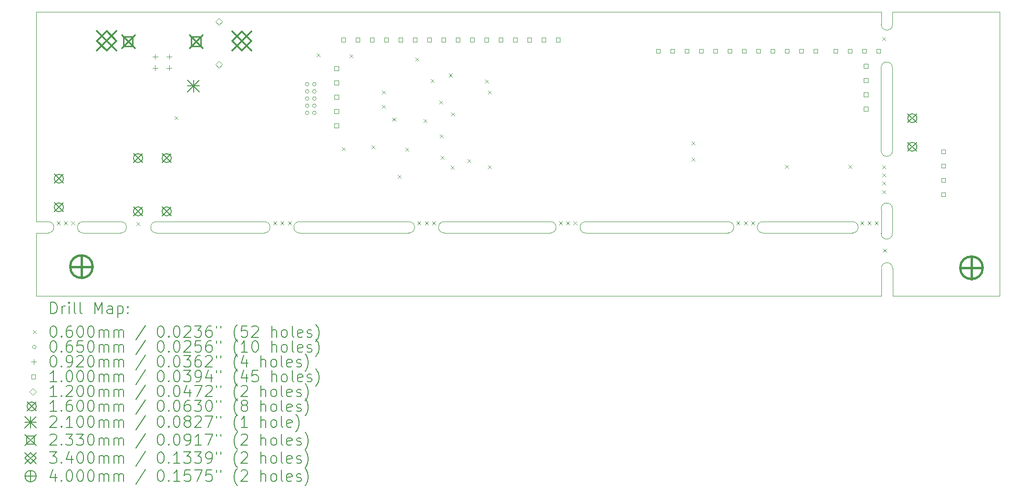
<source format=gbr>
%TF.GenerationSoftware,KiCad,Pcbnew,6.0.11+dfsg-1*%
%TF.CreationDate,2023-05-31T16:10:53+02:00*%
%TF.ProjectId,ctrl-m,6374726c-2d6d-42e6-9b69-6361645f7063,1.1*%
%TF.SameCoordinates,Original*%
%TF.FileFunction,Drillmap*%
%TF.FilePolarity,Positive*%
%FSLAX45Y45*%
G04 Gerber Fmt 4.5, Leading zero omitted, Abs format (unit mm)*
G04 Created by KiCad (PCBNEW 6.0.11+dfsg-1) date 2023-05-31 16:10:53*
%MOMM*%
%LPD*%
G01*
G04 APERTURE LIST*
%ADD10C,0.050000*%
%ADD11C,0.200000*%
%ADD12C,0.060000*%
%ADD13C,0.065000*%
%ADD14C,0.092000*%
%ADD15C,0.100000*%
%ADD16C,0.120000*%
%ADD17C,0.160000*%
%ADD18C,0.210000*%
%ADD19C,0.233000*%
%ADD20C,0.340000*%
%ADD21C,0.400000*%
G04 APERTURE END LIST*
D10*
X6000000Y-11229900D02*
X6000000Y-7500000D01*
X21200000Y-12549900D02*
X23100000Y-12550000D01*
X20999000Y-12549900D02*
X6000000Y-12550000D01*
X21199000Y-7500000D02*
X23100000Y-7500000D01*
X20999000Y-7500000D02*
X6000000Y-7500000D01*
X21196000Y-8493900D02*
G75*
G03*
X20996000Y-8493900I-100000J0D01*
G01*
X21197000Y-10998900D02*
G75*
G03*
X20997000Y-10998900I-100000J0D01*
G01*
X20996000Y-9970900D02*
G75*
G03*
X21196000Y-9970900I100000J0D01*
G01*
X20997000Y-11439900D02*
G75*
G03*
X21197000Y-11439900I100000J0D01*
G01*
X20999000Y-7727900D02*
G75*
G03*
X21198995Y-7728900I100000J0D01*
G01*
X20996000Y-9970900D02*
X20996000Y-8493900D01*
X20997000Y-11439900D02*
X20997000Y-10998900D01*
X21197000Y-11439900D02*
X21197000Y-10998900D01*
X21196000Y-9970900D02*
X21196000Y-8493900D01*
X20999000Y-7500000D02*
X20999000Y-7727900D01*
X21199000Y-7500000D02*
X21198995Y-7728900D01*
X6000000Y-11229900D02*
X6211000Y-11229905D01*
X6000000Y-11429900D02*
X6210000Y-11429900D01*
X6210000Y-11429900D02*
G75*
G03*
X6211000Y-11229905I0J100000D01*
G01*
X20489000Y-11229900D02*
X19842000Y-11229900D01*
X18898000Y-11229900D02*
G75*
G03*
X18898000Y-11429900I0J-100000D01*
G01*
X20489000Y-11429900D02*
X19842000Y-11429900D01*
X20489000Y-11429900D02*
G75*
G03*
X20489000Y-11229900I0J100000D01*
G01*
X21200000Y-12059900D02*
G75*
G03*
X21000000Y-12059900I-100000J0D01*
G01*
X20999000Y-12549900D02*
X21000000Y-12059900D01*
X21200000Y-12059900D02*
X21200000Y-12549900D01*
X7500000Y-11430905D02*
G75*
G03*
X7501000Y-11230900I0J100005D01*
G01*
X15126000Y-11429900D02*
G75*
G03*
X15126000Y-11229900I0J100000D01*
G01*
X16685000Y-11229900D02*
X15750000Y-11231900D01*
X16370000Y-11431900D02*
X15750000Y-11431900D01*
X15750000Y-11231900D02*
G75*
G03*
X15750000Y-11431900I0J-100000D01*
G01*
X7501000Y-11230900D02*
X6830000Y-11230900D01*
X7500000Y-11430895D02*
X6830000Y-11430900D01*
X8130000Y-11229900D02*
G75*
G03*
X8130000Y-11429900I0J-100000D01*
G01*
X6830000Y-11230900D02*
G75*
G03*
X6830000Y-11430900I0J-100000D01*
G01*
X17629000Y-11429900D02*
X16370000Y-11431900D01*
X13880000Y-11229900D02*
X13240000Y-11229900D01*
X12615000Y-11230900D02*
X11671000Y-11230900D01*
X15126000Y-11229900D02*
X13880000Y-11229900D01*
X10048000Y-11429900D02*
X8130000Y-11429900D01*
X17937000Y-11229900D02*
X16685000Y-11229900D01*
X19842000Y-11429900D02*
X18898000Y-11429900D01*
X13880000Y-11429900D02*
X13240000Y-11429900D01*
X10048000Y-11429900D02*
G75*
G03*
X10048000Y-11229900I0J100000D01*
G01*
X10048000Y-11229900D02*
X8130000Y-11229900D01*
X12615000Y-11430900D02*
X11313000Y-11429900D01*
X18280000Y-11229900D02*
X17937000Y-11229900D01*
X10670000Y-11229900D02*
G75*
G03*
X10670000Y-11429900I0J-100000D01*
G01*
X11313000Y-11429900D02*
X10670000Y-11429900D01*
X18280000Y-11429900D02*
G75*
G03*
X18280000Y-11229900I0J100000D01*
G01*
X18280000Y-11429900D02*
X17629000Y-11429900D01*
X13240000Y-11229900D02*
G75*
G03*
X13240000Y-11429900I0J-100000D01*
G01*
X6000000Y-11429900D02*
X6000000Y-12549900D01*
X15126000Y-11429900D02*
X13880000Y-11429900D01*
X11671000Y-11230900D02*
X10670000Y-11229900D01*
X19842000Y-11229900D02*
X18898000Y-11229900D01*
X12615000Y-11430900D02*
G75*
G03*
X12615000Y-11230900I0J100000D01*
G01*
X23100000Y-7500000D02*
X23100000Y-12550000D01*
D11*
D12*
X6360000Y-11224900D02*
X6420000Y-11284900D01*
X6420000Y-11224900D02*
X6360000Y-11284900D01*
X6490000Y-11224900D02*
X6550000Y-11284900D01*
X6550000Y-11224900D02*
X6490000Y-11284900D01*
X6620000Y-11224900D02*
X6680000Y-11284900D01*
X6680000Y-11224900D02*
X6620000Y-11284900D01*
X7776501Y-11240900D02*
X7836501Y-11300900D01*
X7836501Y-11240900D02*
X7776501Y-11300900D01*
X8454000Y-9356900D02*
X8514000Y-9416900D01*
X8514000Y-9356900D02*
X8454000Y-9416900D01*
X10205000Y-11224900D02*
X10265000Y-11284900D01*
X10265000Y-11224900D02*
X10205000Y-11284900D01*
X10335000Y-11224900D02*
X10395000Y-11284900D01*
X10395000Y-11224900D02*
X10335000Y-11284900D01*
X10465000Y-11224900D02*
X10525000Y-11284900D01*
X10525000Y-11224900D02*
X10465000Y-11284900D01*
X10977000Y-8236900D02*
X11037000Y-8296900D01*
X11037000Y-8236900D02*
X10977000Y-8296900D01*
X11427000Y-9906900D02*
X11487000Y-9966900D01*
X11487000Y-9906900D02*
X11427000Y-9966900D01*
X11556999Y-8256900D02*
X11616999Y-8316900D01*
X11616999Y-8256900D02*
X11556999Y-8316900D01*
X11947000Y-9876900D02*
X12007000Y-9936900D01*
X12007000Y-9876900D02*
X11947000Y-9936900D01*
X12136600Y-9154500D02*
X12196600Y-9214500D01*
X12196600Y-9154500D02*
X12136600Y-9214500D01*
X12136602Y-8898100D02*
X12196602Y-8958100D01*
X12196602Y-8898100D02*
X12136602Y-8958100D01*
X12318000Y-9379900D02*
X12378000Y-9439900D01*
X12378000Y-9379900D02*
X12318000Y-9439900D01*
X12416000Y-10396700D02*
X12476000Y-10456700D01*
X12476000Y-10396700D02*
X12416000Y-10456700D01*
X12547000Y-9916900D02*
X12607000Y-9976900D01*
X12607000Y-9916900D02*
X12547000Y-9976900D01*
X12726000Y-8313900D02*
X12786000Y-8373900D01*
X12786000Y-8313900D02*
X12726000Y-8373900D01*
X12765000Y-11224900D02*
X12825000Y-11284900D01*
X12825000Y-11224900D02*
X12765000Y-11284900D01*
X12872206Y-9412352D02*
X12932206Y-9472352D01*
X12932206Y-9412352D02*
X12872206Y-9472352D01*
X12895000Y-11224900D02*
X12955000Y-11284900D01*
X12955000Y-11224900D02*
X12895000Y-11284900D01*
X13000200Y-8694900D02*
X13060200Y-8754900D01*
X13060200Y-8694900D02*
X13000200Y-8754900D01*
X13025000Y-11224900D02*
X13085000Y-11284900D01*
X13085000Y-11224900D02*
X13025000Y-11284900D01*
X13152600Y-9075900D02*
X13212600Y-9135900D01*
X13212600Y-9075900D02*
X13152600Y-9135900D01*
X13158950Y-9679150D02*
X13218950Y-9739150D01*
X13218950Y-9679150D02*
X13158950Y-9739150D01*
X13177001Y-10056899D02*
X13237001Y-10116899D01*
X13237001Y-10056899D02*
X13177001Y-10116899D01*
X13320000Y-8599900D02*
X13380000Y-8659900D01*
X13380000Y-8599900D02*
X13320000Y-8659900D01*
X13357001Y-10236900D02*
X13417001Y-10296900D01*
X13417001Y-10236900D02*
X13357001Y-10296900D01*
X13361533Y-9292701D02*
X13421533Y-9352701D01*
X13421533Y-9292701D02*
X13361533Y-9352701D01*
X13647900Y-10123650D02*
X13707900Y-10183650D01*
X13707900Y-10123650D02*
X13647900Y-10183650D01*
X13966550Y-8706450D02*
X14026550Y-8766450D01*
X14026550Y-8706450D02*
X13966550Y-8766450D01*
X14016200Y-8898100D02*
X14076200Y-8958100D01*
X14076200Y-8898100D02*
X14016200Y-8958100D01*
X14016200Y-10231600D02*
X14076200Y-10291600D01*
X14076200Y-10231600D02*
X14016200Y-10291600D01*
X15275000Y-11224900D02*
X15335000Y-11284900D01*
X15335000Y-11224900D02*
X15275000Y-11284900D01*
X15405000Y-11224900D02*
X15465000Y-11284900D01*
X15465000Y-11224900D02*
X15405000Y-11284900D01*
X15535000Y-11224900D02*
X15595000Y-11284900D01*
X15595000Y-11224900D02*
X15535000Y-11284900D01*
X17631600Y-10098250D02*
X17691600Y-10158250D01*
X17691600Y-10098250D02*
X17631600Y-10158250D01*
X17631600Y-9806150D02*
X17691600Y-9866150D01*
X17691600Y-9806150D02*
X17631600Y-9866150D01*
X18430000Y-11224900D02*
X18490000Y-11284900D01*
X18490000Y-11224900D02*
X18430000Y-11284900D01*
X18560000Y-11224900D02*
X18620000Y-11284900D01*
X18620000Y-11224900D02*
X18560000Y-11284900D01*
X18690000Y-11224900D02*
X18750000Y-11284900D01*
X18750000Y-11224900D02*
X18690000Y-11284900D01*
X19293050Y-10220000D02*
X19353050Y-10280000D01*
X19353050Y-10220000D02*
X19293050Y-10280000D01*
X20420000Y-10220000D02*
X20480000Y-10280000D01*
X20480000Y-10220000D02*
X20420000Y-10280000D01*
X20625000Y-11224900D02*
X20685000Y-11284900D01*
X20685000Y-11224900D02*
X20625000Y-11284900D01*
X20755000Y-11224900D02*
X20815000Y-11284900D01*
X20815000Y-11224900D02*
X20755000Y-11284900D01*
X20885000Y-11224900D02*
X20945000Y-11284900D01*
X20945000Y-11224900D02*
X20885000Y-11284900D01*
X21014000Y-10229900D02*
X21074000Y-10289900D01*
X21074000Y-10229900D02*
X21014000Y-10289900D01*
X21016000Y-10371900D02*
X21076000Y-10431900D01*
X21076000Y-10371900D02*
X21016000Y-10431900D01*
X21019000Y-10519900D02*
X21079000Y-10579900D01*
X21079000Y-10519900D02*
X21019000Y-10579900D01*
X21020000Y-10669900D02*
X21080000Y-10729900D01*
X21080000Y-10669900D02*
X21020000Y-10729900D01*
X21021000Y-7949900D02*
X21081000Y-8009900D01*
X21081000Y-7949900D02*
X21021000Y-8009900D01*
X21030000Y-11707900D02*
X21090000Y-11767900D01*
X21090000Y-11707900D02*
X21030000Y-11767900D01*
D13*
X10840200Y-8788400D02*
G75*
G03*
X10840200Y-8788400I-32500J0D01*
G01*
X10840200Y-8915400D02*
G75*
G03*
X10840200Y-8915400I-32500J0D01*
G01*
X10840200Y-9042400D02*
G75*
G03*
X10840200Y-9042400I-32500J0D01*
G01*
X10840200Y-9169400D02*
G75*
G03*
X10840200Y-9169400I-32500J0D01*
G01*
X10840200Y-9296400D02*
G75*
G03*
X10840200Y-9296400I-32500J0D01*
G01*
X10967200Y-8788400D02*
G75*
G03*
X10967200Y-8788400I-32500J0D01*
G01*
X10967200Y-8915400D02*
G75*
G03*
X10967200Y-8915400I-32500J0D01*
G01*
X10967200Y-9042400D02*
G75*
G03*
X10967200Y-9042400I-32500J0D01*
G01*
X10967200Y-9169400D02*
G75*
G03*
X10967200Y-9169400I-32500J0D01*
G01*
X10967200Y-9296400D02*
G75*
G03*
X10967200Y-9296400I-32500J0D01*
G01*
D14*
X8107000Y-8254000D02*
X8107000Y-8346000D01*
X8061000Y-8300000D02*
X8153000Y-8300000D01*
X8107000Y-8454000D02*
X8107000Y-8546000D01*
X8061000Y-8500000D02*
X8153000Y-8500000D01*
X8357000Y-8254000D02*
X8357000Y-8346000D01*
X8311000Y-8300000D02*
X8403000Y-8300000D01*
X8357000Y-8454000D02*
X8357000Y-8546000D01*
X8311000Y-8500000D02*
X8403000Y-8500000D01*
D15*
X11363756Y-8541256D02*
X11363756Y-8470544D01*
X11293044Y-8470544D01*
X11293044Y-8541256D01*
X11363756Y-8541256D01*
X11363756Y-8795256D02*
X11363756Y-8724544D01*
X11293044Y-8724544D01*
X11293044Y-8795256D01*
X11363756Y-8795256D01*
X11363756Y-9049256D02*
X11363756Y-8978544D01*
X11293044Y-8978544D01*
X11293044Y-9049256D01*
X11363756Y-9049256D01*
X11363756Y-9303256D02*
X11363756Y-9232544D01*
X11293044Y-9232544D01*
X11293044Y-9303256D01*
X11363756Y-9303256D01*
X11363756Y-9557256D02*
X11363756Y-9486544D01*
X11293044Y-9486544D01*
X11293044Y-9557256D01*
X11363756Y-9557256D01*
X11485356Y-8035356D02*
X11485356Y-7964644D01*
X11414644Y-7964644D01*
X11414644Y-8035356D01*
X11485356Y-8035356D01*
X11739356Y-8035356D02*
X11739356Y-7964644D01*
X11668644Y-7964644D01*
X11668644Y-8035356D01*
X11739356Y-8035356D01*
X11993356Y-8035356D02*
X11993356Y-7964644D01*
X11922644Y-7964644D01*
X11922644Y-8035356D01*
X11993356Y-8035356D01*
X12247356Y-8035356D02*
X12247356Y-7964644D01*
X12176644Y-7964644D01*
X12176644Y-8035356D01*
X12247356Y-8035356D01*
X12501356Y-8035356D02*
X12501356Y-7964644D01*
X12430644Y-7964644D01*
X12430644Y-8035356D01*
X12501356Y-8035356D01*
X12755356Y-8035356D02*
X12755356Y-7964644D01*
X12684644Y-7964644D01*
X12684644Y-8035356D01*
X12755356Y-8035356D01*
X13009356Y-8035356D02*
X13009356Y-7964644D01*
X12938644Y-7964644D01*
X12938644Y-8035356D01*
X13009356Y-8035356D01*
X13263356Y-8035356D02*
X13263356Y-7964644D01*
X13192644Y-7964644D01*
X13192644Y-8035356D01*
X13263356Y-8035356D01*
X13517356Y-8035356D02*
X13517356Y-7964644D01*
X13446644Y-7964644D01*
X13446644Y-8035356D01*
X13517356Y-8035356D01*
X13771356Y-8035356D02*
X13771356Y-7964644D01*
X13700644Y-7964644D01*
X13700644Y-8035356D01*
X13771356Y-8035356D01*
X14025356Y-8035356D02*
X14025356Y-7964644D01*
X13954644Y-7964644D01*
X13954644Y-8035356D01*
X14025356Y-8035356D01*
X14279356Y-8035356D02*
X14279356Y-7964644D01*
X14208644Y-7964644D01*
X14208644Y-8035356D01*
X14279356Y-8035356D01*
X14533356Y-8035356D02*
X14533356Y-7964644D01*
X14462644Y-7964644D01*
X14462644Y-8035356D01*
X14533356Y-8035356D01*
X14787356Y-8035356D02*
X14787356Y-7964644D01*
X14716644Y-7964644D01*
X14716644Y-8035356D01*
X14787356Y-8035356D01*
X15041356Y-8035356D02*
X15041356Y-7964644D01*
X14970644Y-7964644D01*
X14970644Y-8035356D01*
X15041356Y-8035356D01*
X15295356Y-8035356D02*
X15295356Y-7964644D01*
X15224644Y-7964644D01*
X15224644Y-8035356D01*
X15295356Y-8035356D01*
X17075356Y-8235356D02*
X17075356Y-8164644D01*
X17004644Y-8164644D01*
X17004644Y-8235356D01*
X17075356Y-8235356D01*
X17329356Y-8235356D02*
X17329356Y-8164644D01*
X17258644Y-8164644D01*
X17258644Y-8235356D01*
X17329356Y-8235356D01*
X17583356Y-8235356D02*
X17583356Y-8164644D01*
X17512644Y-8164644D01*
X17512644Y-8235356D01*
X17583356Y-8235356D01*
X17837356Y-8235356D02*
X17837356Y-8164644D01*
X17766644Y-8164644D01*
X17766644Y-8235356D01*
X17837356Y-8235356D01*
X18091356Y-8235356D02*
X18091356Y-8164644D01*
X18020644Y-8164644D01*
X18020644Y-8235356D01*
X18091356Y-8235356D01*
X18345356Y-8235356D02*
X18345356Y-8164644D01*
X18274644Y-8164644D01*
X18274644Y-8235356D01*
X18345356Y-8235356D01*
X18599356Y-8235356D02*
X18599356Y-8164644D01*
X18528644Y-8164644D01*
X18528644Y-8235356D01*
X18599356Y-8235356D01*
X18853356Y-8235356D02*
X18853356Y-8164644D01*
X18782644Y-8164644D01*
X18782644Y-8235356D01*
X18853356Y-8235356D01*
X19107356Y-8235356D02*
X19107356Y-8164644D01*
X19036644Y-8164644D01*
X19036644Y-8235356D01*
X19107356Y-8235356D01*
X19361356Y-8235356D02*
X19361356Y-8164644D01*
X19290644Y-8164644D01*
X19290644Y-8235356D01*
X19361356Y-8235356D01*
X19615356Y-8235356D02*
X19615356Y-8164644D01*
X19544644Y-8164644D01*
X19544644Y-8235356D01*
X19615356Y-8235356D01*
X19869356Y-8235356D02*
X19869356Y-8164644D01*
X19798644Y-8164644D01*
X19798644Y-8235356D01*
X19869356Y-8235356D01*
X20223356Y-8235356D02*
X20223356Y-8164644D01*
X20152644Y-8164644D01*
X20152644Y-8235356D01*
X20223356Y-8235356D01*
X20477356Y-8235356D02*
X20477356Y-8164644D01*
X20406644Y-8164644D01*
X20406644Y-8235356D01*
X20477356Y-8235356D01*
X20731356Y-8235356D02*
X20731356Y-8164644D01*
X20660644Y-8164644D01*
X20660644Y-8235356D01*
X20731356Y-8235356D01*
X20762356Y-8500256D02*
X20762356Y-8429544D01*
X20691644Y-8429544D01*
X20691644Y-8500256D01*
X20762356Y-8500256D01*
X20762356Y-8754256D02*
X20762356Y-8683544D01*
X20691644Y-8683544D01*
X20691644Y-8754256D01*
X20762356Y-8754256D01*
X20762356Y-9008256D02*
X20762356Y-8937544D01*
X20691644Y-8937544D01*
X20691644Y-9008256D01*
X20762356Y-9008256D01*
X20762356Y-9262256D02*
X20762356Y-9191544D01*
X20691644Y-9191544D01*
X20691644Y-9262256D01*
X20762356Y-9262256D01*
X20985356Y-8235356D02*
X20985356Y-8164644D01*
X20914644Y-8164644D01*
X20914644Y-8235356D01*
X20985356Y-8235356D01*
X22135356Y-10017556D02*
X22135356Y-9946844D01*
X22064644Y-9946844D01*
X22064644Y-10017556D01*
X22135356Y-10017556D01*
X22135356Y-10271556D02*
X22135356Y-10200844D01*
X22064644Y-10200844D01*
X22064644Y-10271556D01*
X22135356Y-10271556D01*
X22135356Y-10525556D02*
X22135356Y-10454844D01*
X22064644Y-10454844D01*
X22064644Y-10525556D01*
X22135356Y-10525556D01*
X22135356Y-10779556D02*
X22135356Y-10708844D01*
X22064644Y-10708844D01*
X22064644Y-10779556D01*
X22135356Y-10779556D01*
D16*
X9240000Y-7736900D02*
X9300000Y-7676900D01*
X9240000Y-7616900D01*
X9180000Y-7676900D01*
X9240000Y-7736900D01*
X9240000Y-8498900D02*
X9300000Y-8438900D01*
X9240000Y-8378900D01*
X9180000Y-8438900D01*
X9240000Y-8498900D01*
D17*
X6320000Y-10386900D02*
X6480000Y-10546900D01*
X6480000Y-10386900D02*
X6320000Y-10546900D01*
X6480000Y-10466900D02*
G75*
G03*
X6480000Y-10466900I-80000J0D01*
G01*
X6320000Y-10894900D02*
X6480000Y-11054900D01*
X6480000Y-10894900D02*
X6320000Y-11054900D01*
X6480000Y-10974900D02*
G75*
G03*
X6480000Y-10974900I-80000J0D01*
G01*
X7726000Y-10020000D02*
X7886000Y-10180000D01*
X7886000Y-10020000D02*
X7726000Y-10180000D01*
X7886000Y-10100000D02*
G75*
G03*
X7886000Y-10100000I-80000J0D01*
G01*
X7726000Y-10966900D02*
X7886000Y-11126900D01*
X7886000Y-10966900D02*
X7726000Y-11126900D01*
X7886000Y-11046900D02*
G75*
G03*
X7886000Y-11046900I-80000J0D01*
G01*
X8234000Y-10020000D02*
X8394000Y-10180000D01*
X8394000Y-10020000D02*
X8234000Y-10180000D01*
X8394000Y-10100000D02*
G75*
G03*
X8394000Y-10100000I-80000J0D01*
G01*
X8234000Y-10966900D02*
X8394000Y-11126900D01*
X8394000Y-10966900D02*
X8234000Y-11126900D01*
X8394000Y-11046900D02*
G75*
G03*
X8394000Y-11046900I-80000J0D01*
G01*
X21470000Y-9312000D02*
X21630000Y-9472000D01*
X21630000Y-9312000D02*
X21470000Y-9472000D01*
X21630000Y-9392000D02*
G75*
G03*
X21630000Y-9392000I-80000J0D01*
G01*
X21470000Y-9820000D02*
X21630000Y-9980000D01*
X21630000Y-9820000D02*
X21470000Y-9980000D01*
X21630000Y-9900000D02*
G75*
G03*
X21630000Y-9900000I-80000J0D01*
G01*
D18*
X8685000Y-8714900D02*
X8895000Y-8924900D01*
X8895000Y-8714900D02*
X8685000Y-8924900D01*
X8790000Y-8714900D02*
X8790000Y-8924900D01*
X8685000Y-8819900D02*
X8895000Y-8819900D01*
D19*
X7513500Y-7912500D02*
X7746500Y-8145500D01*
X7746500Y-7912500D02*
X7513500Y-8145500D01*
X7712379Y-8111379D02*
X7712379Y-7946621D01*
X7547621Y-7946621D01*
X7547621Y-8111379D01*
X7712379Y-8111379D01*
X8717500Y-7912500D02*
X8950500Y-8145500D01*
X8950500Y-7912500D02*
X8717500Y-8145500D01*
X8916379Y-8111379D02*
X8916379Y-7946621D01*
X8751621Y-7946621D01*
X8751621Y-8111379D01*
X8916379Y-8111379D01*
D20*
X7077000Y-7846900D02*
X7417000Y-8186900D01*
X7417000Y-7846900D02*
X7077000Y-8186900D01*
X7247000Y-8186900D02*
X7417000Y-8016900D01*
X7247000Y-7846900D01*
X7077000Y-8016900D01*
X7247000Y-8186900D01*
X9480000Y-7849900D02*
X9820000Y-8189900D01*
X9820000Y-7849900D02*
X9480000Y-8189900D01*
X9650000Y-8189900D02*
X9820000Y-8019900D01*
X9650000Y-7849900D01*
X9480000Y-8019900D01*
X9650000Y-8189900D01*
D21*
X6800000Y-11830000D02*
X6800000Y-12230000D01*
X6600000Y-12030000D02*
X7000000Y-12030000D01*
X7000000Y-12030000D02*
G75*
G03*
X7000000Y-12030000I-200000J0D01*
G01*
X22600000Y-11850000D02*
X22600000Y-12250000D01*
X22400000Y-12050000D02*
X22800000Y-12050000D01*
X22800000Y-12050000D02*
G75*
G03*
X22800000Y-12050000I-200000J0D01*
G01*
D11*
X6255119Y-12862976D02*
X6255119Y-12662976D01*
X6302738Y-12662976D01*
X6331309Y-12672500D01*
X6350357Y-12691548D01*
X6359881Y-12710595D01*
X6369405Y-12748690D01*
X6369405Y-12777262D01*
X6359881Y-12815357D01*
X6350357Y-12834405D01*
X6331309Y-12853452D01*
X6302738Y-12862976D01*
X6255119Y-12862976D01*
X6455119Y-12862976D02*
X6455119Y-12729643D01*
X6455119Y-12767738D02*
X6464643Y-12748690D01*
X6474167Y-12739167D01*
X6493214Y-12729643D01*
X6512262Y-12729643D01*
X6578928Y-12862976D02*
X6578928Y-12729643D01*
X6578928Y-12662976D02*
X6569405Y-12672500D01*
X6578928Y-12682024D01*
X6588452Y-12672500D01*
X6578928Y-12662976D01*
X6578928Y-12682024D01*
X6702738Y-12862976D02*
X6683690Y-12853452D01*
X6674167Y-12834405D01*
X6674167Y-12662976D01*
X6807500Y-12862976D02*
X6788452Y-12853452D01*
X6778928Y-12834405D01*
X6778928Y-12662976D01*
X7036071Y-12862976D02*
X7036071Y-12662976D01*
X7102738Y-12805833D01*
X7169405Y-12662976D01*
X7169405Y-12862976D01*
X7350357Y-12862976D02*
X7350357Y-12758214D01*
X7340833Y-12739167D01*
X7321786Y-12729643D01*
X7283690Y-12729643D01*
X7264643Y-12739167D01*
X7350357Y-12853452D02*
X7331309Y-12862976D01*
X7283690Y-12862976D01*
X7264643Y-12853452D01*
X7255119Y-12834405D01*
X7255119Y-12815357D01*
X7264643Y-12796309D01*
X7283690Y-12786786D01*
X7331309Y-12786786D01*
X7350357Y-12777262D01*
X7445595Y-12729643D02*
X7445595Y-12929643D01*
X7445595Y-12739167D02*
X7464643Y-12729643D01*
X7502738Y-12729643D01*
X7521786Y-12739167D01*
X7531309Y-12748690D01*
X7540833Y-12767738D01*
X7540833Y-12824881D01*
X7531309Y-12843928D01*
X7521786Y-12853452D01*
X7502738Y-12862976D01*
X7464643Y-12862976D01*
X7445595Y-12853452D01*
X7626548Y-12843928D02*
X7636071Y-12853452D01*
X7626548Y-12862976D01*
X7617024Y-12853452D01*
X7626548Y-12843928D01*
X7626548Y-12862976D01*
X7626548Y-12739167D02*
X7636071Y-12748690D01*
X7626548Y-12758214D01*
X7617024Y-12748690D01*
X7626548Y-12739167D01*
X7626548Y-12758214D01*
D12*
X5937500Y-13162500D02*
X5997500Y-13222500D01*
X5997500Y-13162500D02*
X5937500Y-13222500D01*
D11*
X6293214Y-13082976D02*
X6312262Y-13082976D01*
X6331309Y-13092500D01*
X6340833Y-13102024D01*
X6350357Y-13121071D01*
X6359881Y-13159167D01*
X6359881Y-13206786D01*
X6350357Y-13244881D01*
X6340833Y-13263928D01*
X6331309Y-13273452D01*
X6312262Y-13282976D01*
X6293214Y-13282976D01*
X6274167Y-13273452D01*
X6264643Y-13263928D01*
X6255119Y-13244881D01*
X6245595Y-13206786D01*
X6245595Y-13159167D01*
X6255119Y-13121071D01*
X6264643Y-13102024D01*
X6274167Y-13092500D01*
X6293214Y-13082976D01*
X6445595Y-13263928D02*
X6455119Y-13273452D01*
X6445595Y-13282976D01*
X6436071Y-13273452D01*
X6445595Y-13263928D01*
X6445595Y-13282976D01*
X6626548Y-13082976D02*
X6588452Y-13082976D01*
X6569405Y-13092500D01*
X6559881Y-13102024D01*
X6540833Y-13130595D01*
X6531309Y-13168690D01*
X6531309Y-13244881D01*
X6540833Y-13263928D01*
X6550357Y-13273452D01*
X6569405Y-13282976D01*
X6607500Y-13282976D01*
X6626548Y-13273452D01*
X6636071Y-13263928D01*
X6645595Y-13244881D01*
X6645595Y-13197262D01*
X6636071Y-13178214D01*
X6626548Y-13168690D01*
X6607500Y-13159167D01*
X6569405Y-13159167D01*
X6550357Y-13168690D01*
X6540833Y-13178214D01*
X6531309Y-13197262D01*
X6769405Y-13082976D02*
X6788452Y-13082976D01*
X6807500Y-13092500D01*
X6817024Y-13102024D01*
X6826548Y-13121071D01*
X6836071Y-13159167D01*
X6836071Y-13206786D01*
X6826548Y-13244881D01*
X6817024Y-13263928D01*
X6807500Y-13273452D01*
X6788452Y-13282976D01*
X6769405Y-13282976D01*
X6750357Y-13273452D01*
X6740833Y-13263928D01*
X6731309Y-13244881D01*
X6721786Y-13206786D01*
X6721786Y-13159167D01*
X6731309Y-13121071D01*
X6740833Y-13102024D01*
X6750357Y-13092500D01*
X6769405Y-13082976D01*
X6959881Y-13082976D02*
X6978928Y-13082976D01*
X6997976Y-13092500D01*
X7007500Y-13102024D01*
X7017024Y-13121071D01*
X7026548Y-13159167D01*
X7026548Y-13206786D01*
X7017024Y-13244881D01*
X7007500Y-13263928D01*
X6997976Y-13273452D01*
X6978928Y-13282976D01*
X6959881Y-13282976D01*
X6940833Y-13273452D01*
X6931309Y-13263928D01*
X6921786Y-13244881D01*
X6912262Y-13206786D01*
X6912262Y-13159167D01*
X6921786Y-13121071D01*
X6931309Y-13102024D01*
X6940833Y-13092500D01*
X6959881Y-13082976D01*
X7112262Y-13282976D02*
X7112262Y-13149643D01*
X7112262Y-13168690D02*
X7121786Y-13159167D01*
X7140833Y-13149643D01*
X7169405Y-13149643D01*
X7188452Y-13159167D01*
X7197976Y-13178214D01*
X7197976Y-13282976D01*
X7197976Y-13178214D02*
X7207500Y-13159167D01*
X7226548Y-13149643D01*
X7255119Y-13149643D01*
X7274167Y-13159167D01*
X7283690Y-13178214D01*
X7283690Y-13282976D01*
X7378928Y-13282976D02*
X7378928Y-13149643D01*
X7378928Y-13168690D02*
X7388452Y-13159167D01*
X7407500Y-13149643D01*
X7436071Y-13149643D01*
X7455119Y-13159167D01*
X7464643Y-13178214D01*
X7464643Y-13282976D01*
X7464643Y-13178214D02*
X7474167Y-13159167D01*
X7493214Y-13149643D01*
X7521786Y-13149643D01*
X7540833Y-13159167D01*
X7550357Y-13178214D01*
X7550357Y-13282976D01*
X7940833Y-13073452D02*
X7769405Y-13330595D01*
X8197976Y-13082976D02*
X8217024Y-13082976D01*
X8236071Y-13092500D01*
X8245595Y-13102024D01*
X8255119Y-13121071D01*
X8264643Y-13159167D01*
X8264643Y-13206786D01*
X8255119Y-13244881D01*
X8245595Y-13263928D01*
X8236071Y-13273452D01*
X8217024Y-13282976D01*
X8197976Y-13282976D01*
X8178928Y-13273452D01*
X8169405Y-13263928D01*
X8159881Y-13244881D01*
X8150357Y-13206786D01*
X8150357Y-13159167D01*
X8159881Y-13121071D01*
X8169405Y-13102024D01*
X8178928Y-13092500D01*
X8197976Y-13082976D01*
X8350357Y-13263928D02*
X8359881Y-13273452D01*
X8350357Y-13282976D01*
X8340833Y-13273452D01*
X8350357Y-13263928D01*
X8350357Y-13282976D01*
X8483690Y-13082976D02*
X8502738Y-13082976D01*
X8521786Y-13092500D01*
X8531310Y-13102024D01*
X8540833Y-13121071D01*
X8550357Y-13159167D01*
X8550357Y-13206786D01*
X8540833Y-13244881D01*
X8531310Y-13263928D01*
X8521786Y-13273452D01*
X8502738Y-13282976D01*
X8483690Y-13282976D01*
X8464643Y-13273452D01*
X8455119Y-13263928D01*
X8445595Y-13244881D01*
X8436071Y-13206786D01*
X8436071Y-13159167D01*
X8445595Y-13121071D01*
X8455119Y-13102024D01*
X8464643Y-13092500D01*
X8483690Y-13082976D01*
X8626548Y-13102024D02*
X8636071Y-13092500D01*
X8655119Y-13082976D01*
X8702738Y-13082976D01*
X8721786Y-13092500D01*
X8731310Y-13102024D01*
X8740833Y-13121071D01*
X8740833Y-13140119D01*
X8731310Y-13168690D01*
X8617024Y-13282976D01*
X8740833Y-13282976D01*
X8807500Y-13082976D02*
X8931310Y-13082976D01*
X8864643Y-13159167D01*
X8893214Y-13159167D01*
X8912262Y-13168690D01*
X8921786Y-13178214D01*
X8931310Y-13197262D01*
X8931310Y-13244881D01*
X8921786Y-13263928D01*
X8912262Y-13273452D01*
X8893214Y-13282976D01*
X8836071Y-13282976D01*
X8817024Y-13273452D01*
X8807500Y-13263928D01*
X9102738Y-13082976D02*
X9064643Y-13082976D01*
X9045595Y-13092500D01*
X9036071Y-13102024D01*
X9017024Y-13130595D01*
X9007500Y-13168690D01*
X9007500Y-13244881D01*
X9017024Y-13263928D01*
X9026548Y-13273452D01*
X9045595Y-13282976D01*
X9083690Y-13282976D01*
X9102738Y-13273452D01*
X9112262Y-13263928D01*
X9121786Y-13244881D01*
X9121786Y-13197262D01*
X9112262Y-13178214D01*
X9102738Y-13168690D01*
X9083690Y-13159167D01*
X9045595Y-13159167D01*
X9026548Y-13168690D01*
X9017024Y-13178214D01*
X9007500Y-13197262D01*
X9197976Y-13082976D02*
X9197976Y-13121071D01*
X9274167Y-13082976D02*
X9274167Y-13121071D01*
X9569405Y-13359167D02*
X9559881Y-13349643D01*
X9540833Y-13321071D01*
X9531310Y-13302024D01*
X9521786Y-13273452D01*
X9512262Y-13225833D01*
X9512262Y-13187738D01*
X9521786Y-13140119D01*
X9531310Y-13111548D01*
X9540833Y-13092500D01*
X9559881Y-13063928D01*
X9569405Y-13054405D01*
X9740833Y-13082976D02*
X9645595Y-13082976D01*
X9636071Y-13178214D01*
X9645595Y-13168690D01*
X9664643Y-13159167D01*
X9712262Y-13159167D01*
X9731310Y-13168690D01*
X9740833Y-13178214D01*
X9750357Y-13197262D01*
X9750357Y-13244881D01*
X9740833Y-13263928D01*
X9731310Y-13273452D01*
X9712262Y-13282976D01*
X9664643Y-13282976D01*
X9645595Y-13273452D01*
X9636071Y-13263928D01*
X9826548Y-13102024D02*
X9836071Y-13092500D01*
X9855119Y-13082976D01*
X9902738Y-13082976D01*
X9921786Y-13092500D01*
X9931310Y-13102024D01*
X9940833Y-13121071D01*
X9940833Y-13140119D01*
X9931310Y-13168690D01*
X9817024Y-13282976D01*
X9940833Y-13282976D01*
X10178929Y-13282976D02*
X10178929Y-13082976D01*
X10264643Y-13282976D02*
X10264643Y-13178214D01*
X10255119Y-13159167D01*
X10236071Y-13149643D01*
X10207500Y-13149643D01*
X10188452Y-13159167D01*
X10178929Y-13168690D01*
X10388452Y-13282976D02*
X10369405Y-13273452D01*
X10359881Y-13263928D01*
X10350357Y-13244881D01*
X10350357Y-13187738D01*
X10359881Y-13168690D01*
X10369405Y-13159167D01*
X10388452Y-13149643D01*
X10417024Y-13149643D01*
X10436071Y-13159167D01*
X10445595Y-13168690D01*
X10455119Y-13187738D01*
X10455119Y-13244881D01*
X10445595Y-13263928D01*
X10436071Y-13273452D01*
X10417024Y-13282976D01*
X10388452Y-13282976D01*
X10569405Y-13282976D02*
X10550357Y-13273452D01*
X10540833Y-13254405D01*
X10540833Y-13082976D01*
X10721786Y-13273452D02*
X10702738Y-13282976D01*
X10664643Y-13282976D01*
X10645595Y-13273452D01*
X10636071Y-13254405D01*
X10636071Y-13178214D01*
X10645595Y-13159167D01*
X10664643Y-13149643D01*
X10702738Y-13149643D01*
X10721786Y-13159167D01*
X10731310Y-13178214D01*
X10731310Y-13197262D01*
X10636071Y-13216309D01*
X10807500Y-13273452D02*
X10826548Y-13282976D01*
X10864643Y-13282976D01*
X10883690Y-13273452D01*
X10893214Y-13254405D01*
X10893214Y-13244881D01*
X10883690Y-13225833D01*
X10864643Y-13216309D01*
X10836071Y-13216309D01*
X10817024Y-13206786D01*
X10807500Y-13187738D01*
X10807500Y-13178214D01*
X10817024Y-13159167D01*
X10836071Y-13149643D01*
X10864643Y-13149643D01*
X10883690Y-13159167D01*
X10959881Y-13359167D02*
X10969405Y-13349643D01*
X10988452Y-13321071D01*
X10997976Y-13302024D01*
X11007500Y-13273452D01*
X11017024Y-13225833D01*
X11017024Y-13187738D01*
X11007500Y-13140119D01*
X10997976Y-13111548D01*
X10988452Y-13092500D01*
X10969405Y-13063928D01*
X10959881Y-13054405D01*
D13*
X5997500Y-13456500D02*
G75*
G03*
X5997500Y-13456500I-32500J0D01*
G01*
D11*
X6293214Y-13346976D02*
X6312262Y-13346976D01*
X6331309Y-13356500D01*
X6340833Y-13366024D01*
X6350357Y-13385071D01*
X6359881Y-13423167D01*
X6359881Y-13470786D01*
X6350357Y-13508881D01*
X6340833Y-13527928D01*
X6331309Y-13537452D01*
X6312262Y-13546976D01*
X6293214Y-13546976D01*
X6274167Y-13537452D01*
X6264643Y-13527928D01*
X6255119Y-13508881D01*
X6245595Y-13470786D01*
X6245595Y-13423167D01*
X6255119Y-13385071D01*
X6264643Y-13366024D01*
X6274167Y-13356500D01*
X6293214Y-13346976D01*
X6445595Y-13527928D02*
X6455119Y-13537452D01*
X6445595Y-13546976D01*
X6436071Y-13537452D01*
X6445595Y-13527928D01*
X6445595Y-13546976D01*
X6626548Y-13346976D02*
X6588452Y-13346976D01*
X6569405Y-13356500D01*
X6559881Y-13366024D01*
X6540833Y-13394595D01*
X6531309Y-13432690D01*
X6531309Y-13508881D01*
X6540833Y-13527928D01*
X6550357Y-13537452D01*
X6569405Y-13546976D01*
X6607500Y-13546976D01*
X6626548Y-13537452D01*
X6636071Y-13527928D01*
X6645595Y-13508881D01*
X6645595Y-13461262D01*
X6636071Y-13442214D01*
X6626548Y-13432690D01*
X6607500Y-13423167D01*
X6569405Y-13423167D01*
X6550357Y-13432690D01*
X6540833Y-13442214D01*
X6531309Y-13461262D01*
X6826548Y-13346976D02*
X6731309Y-13346976D01*
X6721786Y-13442214D01*
X6731309Y-13432690D01*
X6750357Y-13423167D01*
X6797976Y-13423167D01*
X6817024Y-13432690D01*
X6826548Y-13442214D01*
X6836071Y-13461262D01*
X6836071Y-13508881D01*
X6826548Y-13527928D01*
X6817024Y-13537452D01*
X6797976Y-13546976D01*
X6750357Y-13546976D01*
X6731309Y-13537452D01*
X6721786Y-13527928D01*
X6959881Y-13346976D02*
X6978928Y-13346976D01*
X6997976Y-13356500D01*
X7007500Y-13366024D01*
X7017024Y-13385071D01*
X7026548Y-13423167D01*
X7026548Y-13470786D01*
X7017024Y-13508881D01*
X7007500Y-13527928D01*
X6997976Y-13537452D01*
X6978928Y-13546976D01*
X6959881Y-13546976D01*
X6940833Y-13537452D01*
X6931309Y-13527928D01*
X6921786Y-13508881D01*
X6912262Y-13470786D01*
X6912262Y-13423167D01*
X6921786Y-13385071D01*
X6931309Y-13366024D01*
X6940833Y-13356500D01*
X6959881Y-13346976D01*
X7112262Y-13546976D02*
X7112262Y-13413643D01*
X7112262Y-13432690D02*
X7121786Y-13423167D01*
X7140833Y-13413643D01*
X7169405Y-13413643D01*
X7188452Y-13423167D01*
X7197976Y-13442214D01*
X7197976Y-13546976D01*
X7197976Y-13442214D02*
X7207500Y-13423167D01*
X7226548Y-13413643D01*
X7255119Y-13413643D01*
X7274167Y-13423167D01*
X7283690Y-13442214D01*
X7283690Y-13546976D01*
X7378928Y-13546976D02*
X7378928Y-13413643D01*
X7378928Y-13432690D02*
X7388452Y-13423167D01*
X7407500Y-13413643D01*
X7436071Y-13413643D01*
X7455119Y-13423167D01*
X7464643Y-13442214D01*
X7464643Y-13546976D01*
X7464643Y-13442214D02*
X7474167Y-13423167D01*
X7493214Y-13413643D01*
X7521786Y-13413643D01*
X7540833Y-13423167D01*
X7550357Y-13442214D01*
X7550357Y-13546976D01*
X7940833Y-13337452D02*
X7769405Y-13594595D01*
X8197976Y-13346976D02*
X8217024Y-13346976D01*
X8236071Y-13356500D01*
X8245595Y-13366024D01*
X8255119Y-13385071D01*
X8264643Y-13423167D01*
X8264643Y-13470786D01*
X8255119Y-13508881D01*
X8245595Y-13527928D01*
X8236071Y-13537452D01*
X8217024Y-13546976D01*
X8197976Y-13546976D01*
X8178928Y-13537452D01*
X8169405Y-13527928D01*
X8159881Y-13508881D01*
X8150357Y-13470786D01*
X8150357Y-13423167D01*
X8159881Y-13385071D01*
X8169405Y-13366024D01*
X8178928Y-13356500D01*
X8197976Y-13346976D01*
X8350357Y-13527928D02*
X8359881Y-13537452D01*
X8350357Y-13546976D01*
X8340833Y-13537452D01*
X8350357Y-13527928D01*
X8350357Y-13546976D01*
X8483690Y-13346976D02*
X8502738Y-13346976D01*
X8521786Y-13356500D01*
X8531310Y-13366024D01*
X8540833Y-13385071D01*
X8550357Y-13423167D01*
X8550357Y-13470786D01*
X8540833Y-13508881D01*
X8531310Y-13527928D01*
X8521786Y-13537452D01*
X8502738Y-13546976D01*
X8483690Y-13546976D01*
X8464643Y-13537452D01*
X8455119Y-13527928D01*
X8445595Y-13508881D01*
X8436071Y-13470786D01*
X8436071Y-13423167D01*
X8445595Y-13385071D01*
X8455119Y-13366024D01*
X8464643Y-13356500D01*
X8483690Y-13346976D01*
X8626548Y-13366024D02*
X8636071Y-13356500D01*
X8655119Y-13346976D01*
X8702738Y-13346976D01*
X8721786Y-13356500D01*
X8731310Y-13366024D01*
X8740833Y-13385071D01*
X8740833Y-13404119D01*
X8731310Y-13432690D01*
X8617024Y-13546976D01*
X8740833Y-13546976D01*
X8921786Y-13346976D02*
X8826548Y-13346976D01*
X8817024Y-13442214D01*
X8826548Y-13432690D01*
X8845595Y-13423167D01*
X8893214Y-13423167D01*
X8912262Y-13432690D01*
X8921786Y-13442214D01*
X8931310Y-13461262D01*
X8931310Y-13508881D01*
X8921786Y-13527928D01*
X8912262Y-13537452D01*
X8893214Y-13546976D01*
X8845595Y-13546976D01*
X8826548Y-13537452D01*
X8817024Y-13527928D01*
X9102738Y-13346976D02*
X9064643Y-13346976D01*
X9045595Y-13356500D01*
X9036071Y-13366024D01*
X9017024Y-13394595D01*
X9007500Y-13432690D01*
X9007500Y-13508881D01*
X9017024Y-13527928D01*
X9026548Y-13537452D01*
X9045595Y-13546976D01*
X9083690Y-13546976D01*
X9102738Y-13537452D01*
X9112262Y-13527928D01*
X9121786Y-13508881D01*
X9121786Y-13461262D01*
X9112262Y-13442214D01*
X9102738Y-13432690D01*
X9083690Y-13423167D01*
X9045595Y-13423167D01*
X9026548Y-13432690D01*
X9017024Y-13442214D01*
X9007500Y-13461262D01*
X9197976Y-13346976D02*
X9197976Y-13385071D01*
X9274167Y-13346976D02*
X9274167Y-13385071D01*
X9569405Y-13623167D02*
X9559881Y-13613643D01*
X9540833Y-13585071D01*
X9531310Y-13566024D01*
X9521786Y-13537452D01*
X9512262Y-13489833D01*
X9512262Y-13451738D01*
X9521786Y-13404119D01*
X9531310Y-13375548D01*
X9540833Y-13356500D01*
X9559881Y-13327928D01*
X9569405Y-13318405D01*
X9750357Y-13546976D02*
X9636071Y-13546976D01*
X9693214Y-13546976D02*
X9693214Y-13346976D01*
X9674167Y-13375548D01*
X9655119Y-13394595D01*
X9636071Y-13404119D01*
X9874167Y-13346976D02*
X9893214Y-13346976D01*
X9912262Y-13356500D01*
X9921786Y-13366024D01*
X9931310Y-13385071D01*
X9940833Y-13423167D01*
X9940833Y-13470786D01*
X9931310Y-13508881D01*
X9921786Y-13527928D01*
X9912262Y-13537452D01*
X9893214Y-13546976D01*
X9874167Y-13546976D01*
X9855119Y-13537452D01*
X9845595Y-13527928D01*
X9836071Y-13508881D01*
X9826548Y-13470786D01*
X9826548Y-13423167D01*
X9836071Y-13385071D01*
X9845595Y-13366024D01*
X9855119Y-13356500D01*
X9874167Y-13346976D01*
X10178929Y-13546976D02*
X10178929Y-13346976D01*
X10264643Y-13546976D02*
X10264643Y-13442214D01*
X10255119Y-13423167D01*
X10236071Y-13413643D01*
X10207500Y-13413643D01*
X10188452Y-13423167D01*
X10178929Y-13432690D01*
X10388452Y-13546976D02*
X10369405Y-13537452D01*
X10359881Y-13527928D01*
X10350357Y-13508881D01*
X10350357Y-13451738D01*
X10359881Y-13432690D01*
X10369405Y-13423167D01*
X10388452Y-13413643D01*
X10417024Y-13413643D01*
X10436071Y-13423167D01*
X10445595Y-13432690D01*
X10455119Y-13451738D01*
X10455119Y-13508881D01*
X10445595Y-13527928D01*
X10436071Y-13537452D01*
X10417024Y-13546976D01*
X10388452Y-13546976D01*
X10569405Y-13546976D02*
X10550357Y-13537452D01*
X10540833Y-13518405D01*
X10540833Y-13346976D01*
X10721786Y-13537452D02*
X10702738Y-13546976D01*
X10664643Y-13546976D01*
X10645595Y-13537452D01*
X10636071Y-13518405D01*
X10636071Y-13442214D01*
X10645595Y-13423167D01*
X10664643Y-13413643D01*
X10702738Y-13413643D01*
X10721786Y-13423167D01*
X10731310Y-13442214D01*
X10731310Y-13461262D01*
X10636071Y-13480309D01*
X10807500Y-13537452D02*
X10826548Y-13546976D01*
X10864643Y-13546976D01*
X10883690Y-13537452D01*
X10893214Y-13518405D01*
X10893214Y-13508881D01*
X10883690Y-13489833D01*
X10864643Y-13480309D01*
X10836071Y-13480309D01*
X10817024Y-13470786D01*
X10807500Y-13451738D01*
X10807500Y-13442214D01*
X10817024Y-13423167D01*
X10836071Y-13413643D01*
X10864643Y-13413643D01*
X10883690Y-13423167D01*
X10959881Y-13623167D02*
X10969405Y-13613643D01*
X10988452Y-13585071D01*
X10997976Y-13566024D01*
X11007500Y-13537452D01*
X11017024Y-13489833D01*
X11017024Y-13451738D01*
X11007500Y-13404119D01*
X10997976Y-13375548D01*
X10988452Y-13356500D01*
X10969405Y-13327928D01*
X10959881Y-13318405D01*
D14*
X5951500Y-13674500D02*
X5951500Y-13766500D01*
X5905500Y-13720500D02*
X5997500Y-13720500D01*
D11*
X6293214Y-13610976D02*
X6312262Y-13610976D01*
X6331309Y-13620500D01*
X6340833Y-13630024D01*
X6350357Y-13649071D01*
X6359881Y-13687167D01*
X6359881Y-13734786D01*
X6350357Y-13772881D01*
X6340833Y-13791928D01*
X6331309Y-13801452D01*
X6312262Y-13810976D01*
X6293214Y-13810976D01*
X6274167Y-13801452D01*
X6264643Y-13791928D01*
X6255119Y-13772881D01*
X6245595Y-13734786D01*
X6245595Y-13687167D01*
X6255119Y-13649071D01*
X6264643Y-13630024D01*
X6274167Y-13620500D01*
X6293214Y-13610976D01*
X6445595Y-13791928D02*
X6455119Y-13801452D01*
X6445595Y-13810976D01*
X6436071Y-13801452D01*
X6445595Y-13791928D01*
X6445595Y-13810976D01*
X6550357Y-13810976D02*
X6588452Y-13810976D01*
X6607500Y-13801452D01*
X6617024Y-13791928D01*
X6636071Y-13763357D01*
X6645595Y-13725262D01*
X6645595Y-13649071D01*
X6636071Y-13630024D01*
X6626548Y-13620500D01*
X6607500Y-13610976D01*
X6569405Y-13610976D01*
X6550357Y-13620500D01*
X6540833Y-13630024D01*
X6531309Y-13649071D01*
X6531309Y-13696690D01*
X6540833Y-13715738D01*
X6550357Y-13725262D01*
X6569405Y-13734786D01*
X6607500Y-13734786D01*
X6626548Y-13725262D01*
X6636071Y-13715738D01*
X6645595Y-13696690D01*
X6721786Y-13630024D02*
X6731309Y-13620500D01*
X6750357Y-13610976D01*
X6797976Y-13610976D01*
X6817024Y-13620500D01*
X6826548Y-13630024D01*
X6836071Y-13649071D01*
X6836071Y-13668119D01*
X6826548Y-13696690D01*
X6712262Y-13810976D01*
X6836071Y-13810976D01*
X6959881Y-13610976D02*
X6978928Y-13610976D01*
X6997976Y-13620500D01*
X7007500Y-13630024D01*
X7017024Y-13649071D01*
X7026548Y-13687167D01*
X7026548Y-13734786D01*
X7017024Y-13772881D01*
X7007500Y-13791928D01*
X6997976Y-13801452D01*
X6978928Y-13810976D01*
X6959881Y-13810976D01*
X6940833Y-13801452D01*
X6931309Y-13791928D01*
X6921786Y-13772881D01*
X6912262Y-13734786D01*
X6912262Y-13687167D01*
X6921786Y-13649071D01*
X6931309Y-13630024D01*
X6940833Y-13620500D01*
X6959881Y-13610976D01*
X7112262Y-13810976D02*
X7112262Y-13677643D01*
X7112262Y-13696690D02*
X7121786Y-13687167D01*
X7140833Y-13677643D01*
X7169405Y-13677643D01*
X7188452Y-13687167D01*
X7197976Y-13706214D01*
X7197976Y-13810976D01*
X7197976Y-13706214D02*
X7207500Y-13687167D01*
X7226548Y-13677643D01*
X7255119Y-13677643D01*
X7274167Y-13687167D01*
X7283690Y-13706214D01*
X7283690Y-13810976D01*
X7378928Y-13810976D02*
X7378928Y-13677643D01*
X7378928Y-13696690D02*
X7388452Y-13687167D01*
X7407500Y-13677643D01*
X7436071Y-13677643D01*
X7455119Y-13687167D01*
X7464643Y-13706214D01*
X7464643Y-13810976D01*
X7464643Y-13706214D02*
X7474167Y-13687167D01*
X7493214Y-13677643D01*
X7521786Y-13677643D01*
X7540833Y-13687167D01*
X7550357Y-13706214D01*
X7550357Y-13810976D01*
X7940833Y-13601452D02*
X7769405Y-13858595D01*
X8197976Y-13610976D02*
X8217024Y-13610976D01*
X8236071Y-13620500D01*
X8245595Y-13630024D01*
X8255119Y-13649071D01*
X8264643Y-13687167D01*
X8264643Y-13734786D01*
X8255119Y-13772881D01*
X8245595Y-13791928D01*
X8236071Y-13801452D01*
X8217024Y-13810976D01*
X8197976Y-13810976D01*
X8178928Y-13801452D01*
X8169405Y-13791928D01*
X8159881Y-13772881D01*
X8150357Y-13734786D01*
X8150357Y-13687167D01*
X8159881Y-13649071D01*
X8169405Y-13630024D01*
X8178928Y-13620500D01*
X8197976Y-13610976D01*
X8350357Y-13791928D02*
X8359881Y-13801452D01*
X8350357Y-13810976D01*
X8340833Y-13801452D01*
X8350357Y-13791928D01*
X8350357Y-13810976D01*
X8483690Y-13610976D02*
X8502738Y-13610976D01*
X8521786Y-13620500D01*
X8531310Y-13630024D01*
X8540833Y-13649071D01*
X8550357Y-13687167D01*
X8550357Y-13734786D01*
X8540833Y-13772881D01*
X8531310Y-13791928D01*
X8521786Y-13801452D01*
X8502738Y-13810976D01*
X8483690Y-13810976D01*
X8464643Y-13801452D01*
X8455119Y-13791928D01*
X8445595Y-13772881D01*
X8436071Y-13734786D01*
X8436071Y-13687167D01*
X8445595Y-13649071D01*
X8455119Y-13630024D01*
X8464643Y-13620500D01*
X8483690Y-13610976D01*
X8617024Y-13610976D02*
X8740833Y-13610976D01*
X8674167Y-13687167D01*
X8702738Y-13687167D01*
X8721786Y-13696690D01*
X8731310Y-13706214D01*
X8740833Y-13725262D01*
X8740833Y-13772881D01*
X8731310Y-13791928D01*
X8721786Y-13801452D01*
X8702738Y-13810976D01*
X8645595Y-13810976D01*
X8626548Y-13801452D01*
X8617024Y-13791928D01*
X8912262Y-13610976D02*
X8874167Y-13610976D01*
X8855119Y-13620500D01*
X8845595Y-13630024D01*
X8826548Y-13658595D01*
X8817024Y-13696690D01*
X8817024Y-13772881D01*
X8826548Y-13791928D01*
X8836071Y-13801452D01*
X8855119Y-13810976D01*
X8893214Y-13810976D01*
X8912262Y-13801452D01*
X8921786Y-13791928D01*
X8931310Y-13772881D01*
X8931310Y-13725262D01*
X8921786Y-13706214D01*
X8912262Y-13696690D01*
X8893214Y-13687167D01*
X8855119Y-13687167D01*
X8836071Y-13696690D01*
X8826548Y-13706214D01*
X8817024Y-13725262D01*
X9007500Y-13630024D02*
X9017024Y-13620500D01*
X9036071Y-13610976D01*
X9083690Y-13610976D01*
X9102738Y-13620500D01*
X9112262Y-13630024D01*
X9121786Y-13649071D01*
X9121786Y-13668119D01*
X9112262Y-13696690D01*
X8997976Y-13810976D01*
X9121786Y-13810976D01*
X9197976Y-13610976D02*
X9197976Y-13649071D01*
X9274167Y-13610976D02*
X9274167Y-13649071D01*
X9569405Y-13887167D02*
X9559881Y-13877643D01*
X9540833Y-13849071D01*
X9531310Y-13830024D01*
X9521786Y-13801452D01*
X9512262Y-13753833D01*
X9512262Y-13715738D01*
X9521786Y-13668119D01*
X9531310Y-13639548D01*
X9540833Y-13620500D01*
X9559881Y-13591928D01*
X9569405Y-13582405D01*
X9731310Y-13677643D02*
X9731310Y-13810976D01*
X9683690Y-13601452D02*
X9636071Y-13744309D01*
X9759881Y-13744309D01*
X9988452Y-13810976D02*
X9988452Y-13610976D01*
X10074167Y-13810976D02*
X10074167Y-13706214D01*
X10064643Y-13687167D01*
X10045595Y-13677643D01*
X10017024Y-13677643D01*
X9997976Y-13687167D01*
X9988452Y-13696690D01*
X10197976Y-13810976D02*
X10178929Y-13801452D01*
X10169405Y-13791928D01*
X10159881Y-13772881D01*
X10159881Y-13715738D01*
X10169405Y-13696690D01*
X10178929Y-13687167D01*
X10197976Y-13677643D01*
X10226548Y-13677643D01*
X10245595Y-13687167D01*
X10255119Y-13696690D01*
X10264643Y-13715738D01*
X10264643Y-13772881D01*
X10255119Y-13791928D01*
X10245595Y-13801452D01*
X10226548Y-13810976D01*
X10197976Y-13810976D01*
X10378929Y-13810976D02*
X10359881Y-13801452D01*
X10350357Y-13782405D01*
X10350357Y-13610976D01*
X10531310Y-13801452D02*
X10512262Y-13810976D01*
X10474167Y-13810976D01*
X10455119Y-13801452D01*
X10445595Y-13782405D01*
X10445595Y-13706214D01*
X10455119Y-13687167D01*
X10474167Y-13677643D01*
X10512262Y-13677643D01*
X10531310Y-13687167D01*
X10540833Y-13706214D01*
X10540833Y-13725262D01*
X10445595Y-13744309D01*
X10617024Y-13801452D02*
X10636071Y-13810976D01*
X10674167Y-13810976D01*
X10693214Y-13801452D01*
X10702738Y-13782405D01*
X10702738Y-13772881D01*
X10693214Y-13753833D01*
X10674167Y-13744309D01*
X10645595Y-13744309D01*
X10626548Y-13734786D01*
X10617024Y-13715738D01*
X10617024Y-13706214D01*
X10626548Y-13687167D01*
X10645595Y-13677643D01*
X10674167Y-13677643D01*
X10693214Y-13687167D01*
X10769405Y-13887167D02*
X10778929Y-13877643D01*
X10797976Y-13849071D01*
X10807500Y-13830024D01*
X10817024Y-13801452D01*
X10826548Y-13753833D01*
X10826548Y-13715738D01*
X10817024Y-13668119D01*
X10807500Y-13639548D01*
X10797976Y-13620500D01*
X10778929Y-13591928D01*
X10769405Y-13582405D01*
D15*
X5982856Y-14019856D02*
X5982856Y-13949144D01*
X5912144Y-13949144D01*
X5912144Y-14019856D01*
X5982856Y-14019856D01*
D11*
X6359881Y-14074976D02*
X6245595Y-14074976D01*
X6302738Y-14074976D02*
X6302738Y-13874976D01*
X6283690Y-13903548D01*
X6264643Y-13922595D01*
X6245595Y-13932119D01*
X6445595Y-14055928D02*
X6455119Y-14065452D01*
X6445595Y-14074976D01*
X6436071Y-14065452D01*
X6445595Y-14055928D01*
X6445595Y-14074976D01*
X6578928Y-13874976D02*
X6597976Y-13874976D01*
X6617024Y-13884500D01*
X6626548Y-13894024D01*
X6636071Y-13913071D01*
X6645595Y-13951167D01*
X6645595Y-13998786D01*
X6636071Y-14036881D01*
X6626548Y-14055928D01*
X6617024Y-14065452D01*
X6597976Y-14074976D01*
X6578928Y-14074976D01*
X6559881Y-14065452D01*
X6550357Y-14055928D01*
X6540833Y-14036881D01*
X6531309Y-13998786D01*
X6531309Y-13951167D01*
X6540833Y-13913071D01*
X6550357Y-13894024D01*
X6559881Y-13884500D01*
X6578928Y-13874976D01*
X6769405Y-13874976D02*
X6788452Y-13874976D01*
X6807500Y-13884500D01*
X6817024Y-13894024D01*
X6826548Y-13913071D01*
X6836071Y-13951167D01*
X6836071Y-13998786D01*
X6826548Y-14036881D01*
X6817024Y-14055928D01*
X6807500Y-14065452D01*
X6788452Y-14074976D01*
X6769405Y-14074976D01*
X6750357Y-14065452D01*
X6740833Y-14055928D01*
X6731309Y-14036881D01*
X6721786Y-13998786D01*
X6721786Y-13951167D01*
X6731309Y-13913071D01*
X6740833Y-13894024D01*
X6750357Y-13884500D01*
X6769405Y-13874976D01*
X6959881Y-13874976D02*
X6978928Y-13874976D01*
X6997976Y-13884500D01*
X7007500Y-13894024D01*
X7017024Y-13913071D01*
X7026548Y-13951167D01*
X7026548Y-13998786D01*
X7017024Y-14036881D01*
X7007500Y-14055928D01*
X6997976Y-14065452D01*
X6978928Y-14074976D01*
X6959881Y-14074976D01*
X6940833Y-14065452D01*
X6931309Y-14055928D01*
X6921786Y-14036881D01*
X6912262Y-13998786D01*
X6912262Y-13951167D01*
X6921786Y-13913071D01*
X6931309Y-13894024D01*
X6940833Y-13884500D01*
X6959881Y-13874976D01*
X7112262Y-14074976D02*
X7112262Y-13941643D01*
X7112262Y-13960690D02*
X7121786Y-13951167D01*
X7140833Y-13941643D01*
X7169405Y-13941643D01*
X7188452Y-13951167D01*
X7197976Y-13970214D01*
X7197976Y-14074976D01*
X7197976Y-13970214D02*
X7207500Y-13951167D01*
X7226548Y-13941643D01*
X7255119Y-13941643D01*
X7274167Y-13951167D01*
X7283690Y-13970214D01*
X7283690Y-14074976D01*
X7378928Y-14074976D02*
X7378928Y-13941643D01*
X7378928Y-13960690D02*
X7388452Y-13951167D01*
X7407500Y-13941643D01*
X7436071Y-13941643D01*
X7455119Y-13951167D01*
X7464643Y-13970214D01*
X7464643Y-14074976D01*
X7464643Y-13970214D02*
X7474167Y-13951167D01*
X7493214Y-13941643D01*
X7521786Y-13941643D01*
X7540833Y-13951167D01*
X7550357Y-13970214D01*
X7550357Y-14074976D01*
X7940833Y-13865452D02*
X7769405Y-14122595D01*
X8197976Y-13874976D02*
X8217024Y-13874976D01*
X8236071Y-13884500D01*
X8245595Y-13894024D01*
X8255119Y-13913071D01*
X8264643Y-13951167D01*
X8264643Y-13998786D01*
X8255119Y-14036881D01*
X8245595Y-14055928D01*
X8236071Y-14065452D01*
X8217024Y-14074976D01*
X8197976Y-14074976D01*
X8178928Y-14065452D01*
X8169405Y-14055928D01*
X8159881Y-14036881D01*
X8150357Y-13998786D01*
X8150357Y-13951167D01*
X8159881Y-13913071D01*
X8169405Y-13894024D01*
X8178928Y-13884500D01*
X8197976Y-13874976D01*
X8350357Y-14055928D02*
X8359881Y-14065452D01*
X8350357Y-14074976D01*
X8340833Y-14065452D01*
X8350357Y-14055928D01*
X8350357Y-14074976D01*
X8483690Y-13874976D02*
X8502738Y-13874976D01*
X8521786Y-13884500D01*
X8531310Y-13894024D01*
X8540833Y-13913071D01*
X8550357Y-13951167D01*
X8550357Y-13998786D01*
X8540833Y-14036881D01*
X8531310Y-14055928D01*
X8521786Y-14065452D01*
X8502738Y-14074976D01*
X8483690Y-14074976D01*
X8464643Y-14065452D01*
X8455119Y-14055928D01*
X8445595Y-14036881D01*
X8436071Y-13998786D01*
X8436071Y-13951167D01*
X8445595Y-13913071D01*
X8455119Y-13894024D01*
X8464643Y-13884500D01*
X8483690Y-13874976D01*
X8617024Y-13874976D02*
X8740833Y-13874976D01*
X8674167Y-13951167D01*
X8702738Y-13951167D01*
X8721786Y-13960690D01*
X8731310Y-13970214D01*
X8740833Y-13989262D01*
X8740833Y-14036881D01*
X8731310Y-14055928D01*
X8721786Y-14065452D01*
X8702738Y-14074976D01*
X8645595Y-14074976D01*
X8626548Y-14065452D01*
X8617024Y-14055928D01*
X8836071Y-14074976D02*
X8874167Y-14074976D01*
X8893214Y-14065452D01*
X8902738Y-14055928D01*
X8921786Y-14027357D01*
X8931310Y-13989262D01*
X8931310Y-13913071D01*
X8921786Y-13894024D01*
X8912262Y-13884500D01*
X8893214Y-13874976D01*
X8855119Y-13874976D01*
X8836071Y-13884500D01*
X8826548Y-13894024D01*
X8817024Y-13913071D01*
X8817024Y-13960690D01*
X8826548Y-13979738D01*
X8836071Y-13989262D01*
X8855119Y-13998786D01*
X8893214Y-13998786D01*
X8912262Y-13989262D01*
X8921786Y-13979738D01*
X8931310Y-13960690D01*
X9102738Y-13941643D02*
X9102738Y-14074976D01*
X9055119Y-13865452D02*
X9007500Y-14008309D01*
X9131310Y-14008309D01*
X9197976Y-13874976D02*
X9197976Y-13913071D01*
X9274167Y-13874976D02*
X9274167Y-13913071D01*
X9569405Y-14151167D02*
X9559881Y-14141643D01*
X9540833Y-14113071D01*
X9531310Y-14094024D01*
X9521786Y-14065452D01*
X9512262Y-14017833D01*
X9512262Y-13979738D01*
X9521786Y-13932119D01*
X9531310Y-13903548D01*
X9540833Y-13884500D01*
X9559881Y-13855928D01*
X9569405Y-13846405D01*
X9731310Y-13941643D02*
X9731310Y-14074976D01*
X9683690Y-13865452D02*
X9636071Y-14008309D01*
X9759881Y-14008309D01*
X9931310Y-13874976D02*
X9836071Y-13874976D01*
X9826548Y-13970214D01*
X9836071Y-13960690D01*
X9855119Y-13951167D01*
X9902738Y-13951167D01*
X9921786Y-13960690D01*
X9931310Y-13970214D01*
X9940833Y-13989262D01*
X9940833Y-14036881D01*
X9931310Y-14055928D01*
X9921786Y-14065452D01*
X9902738Y-14074976D01*
X9855119Y-14074976D01*
X9836071Y-14065452D01*
X9826548Y-14055928D01*
X10178929Y-14074976D02*
X10178929Y-13874976D01*
X10264643Y-14074976D02*
X10264643Y-13970214D01*
X10255119Y-13951167D01*
X10236071Y-13941643D01*
X10207500Y-13941643D01*
X10188452Y-13951167D01*
X10178929Y-13960690D01*
X10388452Y-14074976D02*
X10369405Y-14065452D01*
X10359881Y-14055928D01*
X10350357Y-14036881D01*
X10350357Y-13979738D01*
X10359881Y-13960690D01*
X10369405Y-13951167D01*
X10388452Y-13941643D01*
X10417024Y-13941643D01*
X10436071Y-13951167D01*
X10445595Y-13960690D01*
X10455119Y-13979738D01*
X10455119Y-14036881D01*
X10445595Y-14055928D01*
X10436071Y-14065452D01*
X10417024Y-14074976D01*
X10388452Y-14074976D01*
X10569405Y-14074976D02*
X10550357Y-14065452D01*
X10540833Y-14046405D01*
X10540833Y-13874976D01*
X10721786Y-14065452D02*
X10702738Y-14074976D01*
X10664643Y-14074976D01*
X10645595Y-14065452D01*
X10636071Y-14046405D01*
X10636071Y-13970214D01*
X10645595Y-13951167D01*
X10664643Y-13941643D01*
X10702738Y-13941643D01*
X10721786Y-13951167D01*
X10731310Y-13970214D01*
X10731310Y-13989262D01*
X10636071Y-14008309D01*
X10807500Y-14065452D02*
X10826548Y-14074976D01*
X10864643Y-14074976D01*
X10883690Y-14065452D01*
X10893214Y-14046405D01*
X10893214Y-14036881D01*
X10883690Y-14017833D01*
X10864643Y-14008309D01*
X10836071Y-14008309D01*
X10817024Y-13998786D01*
X10807500Y-13979738D01*
X10807500Y-13970214D01*
X10817024Y-13951167D01*
X10836071Y-13941643D01*
X10864643Y-13941643D01*
X10883690Y-13951167D01*
X10959881Y-14151167D02*
X10969405Y-14141643D01*
X10988452Y-14113071D01*
X10997976Y-14094024D01*
X11007500Y-14065452D01*
X11017024Y-14017833D01*
X11017024Y-13979738D01*
X11007500Y-13932119D01*
X10997976Y-13903548D01*
X10988452Y-13884500D01*
X10969405Y-13855928D01*
X10959881Y-13846405D01*
D16*
X5937500Y-14308500D02*
X5997500Y-14248500D01*
X5937500Y-14188500D01*
X5877500Y-14248500D01*
X5937500Y-14308500D01*
D11*
X6359881Y-14338976D02*
X6245595Y-14338976D01*
X6302738Y-14338976D02*
X6302738Y-14138976D01*
X6283690Y-14167548D01*
X6264643Y-14186595D01*
X6245595Y-14196119D01*
X6445595Y-14319928D02*
X6455119Y-14329452D01*
X6445595Y-14338976D01*
X6436071Y-14329452D01*
X6445595Y-14319928D01*
X6445595Y-14338976D01*
X6531309Y-14158024D02*
X6540833Y-14148500D01*
X6559881Y-14138976D01*
X6607500Y-14138976D01*
X6626548Y-14148500D01*
X6636071Y-14158024D01*
X6645595Y-14177071D01*
X6645595Y-14196119D01*
X6636071Y-14224690D01*
X6521786Y-14338976D01*
X6645595Y-14338976D01*
X6769405Y-14138976D02*
X6788452Y-14138976D01*
X6807500Y-14148500D01*
X6817024Y-14158024D01*
X6826548Y-14177071D01*
X6836071Y-14215167D01*
X6836071Y-14262786D01*
X6826548Y-14300881D01*
X6817024Y-14319928D01*
X6807500Y-14329452D01*
X6788452Y-14338976D01*
X6769405Y-14338976D01*
X6750357Y-14329452D01*
X6740833Y-14319928D01*
X6731309Y-14300881D01*
X6721786Y-14262786D01*
X6721786Y-14215167D01*
X6731309Y-14177071D01*
X6740833Y-14158024D01*
X6750357Y-14148500D01*
X6769405Y-14138976D01*
X6959881Y-14138976D02*
X6978928Y-14138976D01*
X6997976Y-14148500D01*
X7007500Y-14158024D01*
X7017024Y-14177071D01*
X7026548Y-14215167D01*
X7026548Y-14262786D01*
X7017024Y-14300881D01*
X7007500Y-14319928D01*
X6997976Y-14329452D01*
X6978928Y-14338976D01*
X6959881Y-14338976D01*
X6940833Y-14329452D01*
X6931309Y-14319928D01*
X6921786Y-14300881D01*
X6912262Y-14262786D01*
X6912262Y-14215167D01*
X6921786Y-14177071D01*
X6931309Y-14158024D01*
X6940833Y-14148500D01*
X6959881Y-14138976D01*
X7112262Y-14338976D02*
X7112262Y-14205643D01*
X7112262Y-14224690D02*
X7121786Y-14215167D01*
X7140833Y-14205643D01*
X7169405Y-14205643D01*
X7188452Y-14215167D01*
X7197976Y-14234214D01*
X7197976Y-14338976D01*
X7197976Y-14234214D02*
X7207500Y-14215167D01*
X7226548Y-14205643D01*
X7255119Y-14205643D01*
X7274167Y-14215167D01*
X7283690Y-14234214D01*
X7283690Y-14338976D01*
X7378928Y-14338976D02*
X7378928Y-14205643D01*
X7378928Y-14224690D02*
X7388452Y-14215167D01*
X7407500Y-14205643D01*
X7436071Y-14205643D01*
X7455119Y-14215167D01*
X7464643Y-14234214D01*
X7464643Y-14338976D01*
X7464643Y-14234214D02*
X7474167Y-14215167D01*
X7493214Y-14205643D01*
X7521786Y-14205643D01*
X7540833Y-14215167D01*
X7550357Y-14234214D01*
X7550357Y-14338976D01*
X7940833Y-14129452D02*
X7769405Y-14386595D01*
X8197976Y-14138976D02*
X8217024Y-14138976D01*
X8236071Y-14148500D01*
X8245595Y-14158024D01*
X8255119Y-14177071D01*
X8264643Y-14215167D01*
X8264643Y-14262786D01*
X8255119Y-14300881D01*
X8245595Y-14319928D01*
X8236071Y-14329452D01*
X8217024Y-14338976D01*
X8197976Y-14338976D01*
X8178928Y-14329452D01*
X8169405Y-14319928D01*
X8159881Y-14300881D01*
X8150357Y-14262786D01*
X8150357Y-14215167D01*
X8159881Y-14177071D01*
X8169405Y-14158024D01*
X8178928Y-14148500D01*
X8197976Y-14138976D01*
X8350357Y-14319928D02*
X8359881Y-14329452D01*
X8350357Y-14338976D01*
X8340833Y-14329452D01*
X8350357Y-14319928D01*
X8350357Y-14338976D01*
X8483690Y-14138976D02*
X8502738Y-14138976D01*
X8521786Y-14148500D01*
X8531310Y-14158024D01*
X8540833Y-14177071D01*
X8550357Y-14215167D01*
X8550357Y-14262786D01*
X8540833Y-14300881D01*
X8531310Y-14319928D01*
X8521786Y-14329452D01*
X8502738Y-14338976D01*
X8483690Y-14338976D01*
X8464643Y-14329452D01*
X8455119Y-14319928D01*
X8445595Y-14300881D01*
X8436071Y-14262786D01*
X8436071Y-14215167D01*
X8445595Y-14177071D01*
X8455119Y-14158024D01*
X8464643Y-14148500D01*
X8483690Y-14138976D01*
X8721786Y-14205643D02*
X8721786Y-14338976D01*
X8674167Y-14129452D02*
X8626548Y-14272309D01*
X8750357Y-14272309D01*
X8807500Y-14138976D02*
X8940833Y-14138976D01*
X8855119Y-14338976D01*
X9007500Y-14158024D02*
X9017024Y-14148500D01*
X9036071Y-14138976D01*
X9083690Y-14138976D01*
X9102738Y-14148500D01*
X9112262Y-14158024D01*
X9121786Y-14177071D01*
X9121786Y-14196119D01*
X9112262Y-14224690D01*
X8997976Y-14338976D01*
X9121786Y-14338976D01*
X9197976Y-14138976D02*
X9197976Y-14177071D01*
X9274167Y-14138976D02*
X9274167Y-14177071D01*
X9569405Y-14415167D02*
X9559881Y-14405643D01*
X9540833Y-14377071D01*
X9531310Y-14358024D01*
X9521786Y-14329452D01*
X9512262Y-14281833D01*
X9512262Y-14243738D01*
X9521786Y-14196119D01*
X9531310Y-14167548D01*
X9540833Y-14148500D01*
X9559881Y-14119928D01*
X9569405Y-14110405D01*
X9636071Y-14158024D02*
X9645595Y-14148500D01*
X9664643Y-14138976D01*
X9712262Y-14138976D01*
X9731310Y-14148500D01*
X9740833Y-14158024D01*
X9750357Y-14177071D01*
X9750357Y-14196119D01*
X9740833Y-14224690D01*
X9626548Y-14338976D01*
X9750357Y-14338976D01*
X9988452Y-14338976D02*
X9988452Y-14138976D01*
X10074167Y-14338976D02*
X10074167Y-14234214D01*
X10064643Y-14215167D01*
X10045595Y-14205643D01*
X10017024Y-14205643D01*
X9997976Y-14215167D01*
X9988452Y-14224690D01*
X10197976Y-14338976D02*
X10178929Y-14329452D01*
X10169405Y-14319928D01*
X10159881Y-14300881D01*
X10159881Y-14243738D01*
X10169405Y-14224690D01*
X10178929Y-14215167D01*
X10197976Y-14205643D01*
X10226548Y-14205643D01*
X10245595Y-14215167D01*
X10255119Y-14224690D01*
X10264643Y-14243738D01*
X10264643Y-14300881D01*
X10255119Y-14319928D01*
X10245595Y-14329452D01*
X10226548Y-14338976D01*
X10197976Y-14338976D01*
X10378929Y-14338976D02*
X10359881Y-14329452D01*
X10350357Y-14310405D01*
X10350357Y-14138976D01*
X10531310Y-14329452D02*
X10512262Y-14338976D01*
X10474167Y-14338976D01*
X10455119Y-14329452D01*
X10445595Y-14310405D01*
X10445595Y-14234214D01*
X10455119Y-14215167D01*
X10474167Y-14205643D01*
X10512262Y-14205643D01*
X10531310Y-14215167D01*
X10540833Y-14234214D01*
X10540833Y-14253262D01*
X10445595Y-14272309D01*
X10617024Y-14329452D02*
X10636071Y-14338976D01*
X10674167Y-14338976D01*
X10693214Y-14329452D01*
X10702738Y-14310405D01*
X10702738Y-14300881D01*
X10693214Y-14281833D01*
X10674167Y-14272309D01*
X10645595Y-14272309D01*
X10626548Y-14262786D01*
X10617024Y-14243738D01*
X10617024Y-14234214D01*
X10626548Y-14215167D01*
X10645595Y-14205643D01*
X10674167Y-14205643D01*
X10693214Y-14215167D01*
X10769405Y-14415167D02*
X10778929Y-14405643D01*
X10797976Y-14377071D01*
X10807500Y-14358024D01*
X10817024Y-14329452D01*
X10826548Y-14281833D01*
X10826548Y-14243738D01*
X10817024Y-14196119D01*
X10807500Y-14167548D01*
X10797976Y-14148500D01*
X10778929Y-14119928D01*
X10769405Y-14110405D01*
D17*
X5837500Y-14432500D02*
X5997500Y-14592500D01*
X5997500Y-14432500D02*
X5837500Y-14592500D01*
X5997500Y-14512500D02*
G75*
G03*
X5997500Y-14512500I-80000J0D01*
G01*
D11*
X6359881Y-14602976D02*
X6245595Y-14602976D01*
X6302738Y-14602976D02*
X6302738Y-14402976D01*
X6283690Y-14431548D01*
X6264643Y-14450595D01*
X6245595Y-14460119D01*
X6445595Y-14583928D02*
X6455119Y-14593452D01*
X6445595Y-14602976D01*
X6436071Y-14593452D01*
X6445595Y-14583928D01*
X6445595Y-14602976D01*
X6626548Y-14402976D02*
X6588452Y-14402976D01*
X6569405Y-14412500D01*
X6559881Y-14422024D01*
X6540833Y-14450595D01*
X6531309Y-14488690D01*
X6531309Y-14564881D01*
X6540833Y-14583928D01*
X6550357Y-14593452D01*
X6569405Y-14602976D01*
X6607500Y-14602976D01*
X6626548Y-14593452D01*
X6636071Y-14583928D01*
X6645595Y-14564881D01*
X6645595Y-14517262D01*
X6636071Y-14498214D01*
X6626548Y-14488690D01*
X6607500Y-14479167D01*
X6569405Y-14479167D01*
X6550357Y-14488690D01*
X6540833Y-14498214D01*
X6531309Y-14517262D01*
X6769405Y-14402976D02*
X6788452Y-14402976D01*
X6807500Y-14412500D01*
X6817024Y-14422024D01*
X6826548Y-14441071D01*
X6836071Y-14479167D01*
X6836071Y-14526786D01*
X6826548Y-14564881D01*
X6817024Y-14583928D01*
X6807500Y-14593452D01*
X6788452Y-14602976D01*
X6769405Y-14602976D01*
X6750357Y-14593452D01*
X6740833Y-14583928D01*
X6731309Y-14564881D01*
X6721786Y-14526786D01*
X6721786Y-14479167D01*
X6731309Y-14441071D01*
X6740833Y-14422024D01*
X6750357Y-14412500D01*
X6769405Y-14402976D01*
X6959881Y-14402976D02*
X6978928Y-14402976D01*
X6997976Y-14412500D01*
X7007500Y-14422024D01*
X7017024Y-14441071D01*
X7026548Y-14479167D01*
X7026548Y-14526786D01*
X7017024Y-14564881D01*
X7007500Y-14583928D01*
X6997976Y-14593452D01*
X6978928Y-14602976D01*
X6959881Y-14602976D01*
X6940833Y-14593452D01*
X6931309Y-14583928D01*
X6921786Y-14564881D01*
X6912262Y-14526786D01*
X6912262Y-14479167D01*
X6921786Y-14441071D01*
X6931309Y-14422024D01*
X6940833Y-14412500D01*
X6959881Y-14402976D01*
X7112262Y-14602976D02*
X7112262Y-14469643D01*
X7112262Y-14488690D02*
X7121786Y-14479167D01*
X7140833Y-14469643D01*
X7169405Y-14469643D01*
X7188452Y-14479167D01*
X7197976Y-14498214D01*
X7197976Y-14602976D01*
X7197976Y-14498214D02*
X7207500Y-14479167D01*
X7226548Y-14469643D01*
X7255119Y-14469643D01*
X7274167Y-14479167D01*
X7283690Y-14498214D01*
X7283690Y-14602976D01*
X7378928Y-14602976D02*
X7378928Y-14469643D01*
X7378928Y-14488690D02*
X7388452Y-14479167D01*
X7407500Y-14469643D01*
X7436071Y-14469643D01*
X7455119Y-14479167D01*
X7464643Y-14498214D01*
X7464643Y-14602976D01*
X7464643Y-14498214D02*
X7474167Y-14479167D01*
X7493214Y-14469643D01*
X7521786Y-14469643D01*
X7540833Y-14479167D01*
X7550357Y-14498214D01*
X7550357Y-14602976D01*
X7940833Y-14393452D02*
X7769405Y-14650595D01*
X8197976Y-14402976D02*
X8217024Y-14402976D01*
X8236071Y-14412500D01*
X8245595Y-14422024D01*
X8255119Y-14441071D01*
X8264643Y-14479167D01*
X8264643Y-14526786D01*
X8255119Y-14564881D01*
X8245595Y-14583928D01*
X8236071Y-14593452D01*
X8217024Y-14602976D01*
X8197976Y-14602976D01*
X8178928Y-14593452D01*
X8169405Y-14583928D01*
X8159881Y-14564881D01*
X8150357Y-14526786D01*
X8150357Y-14479167D01*
X8159881Y-14441071D01*
X8169405Y-14422024D01*
X8178928Y-14412500D01*
X8197976Y-14402976D01*
X8350357Y-14583928D02*
X8359881Y-14593452D01*
X8350357Y-14602976D01*
X8340833Y-14593452D01*
X8350357Y-14583928D01*
X8350357Y-14602976D01*
X8483690Y-14402976D02*
X8502738Y-14402976D01*
X8521786Y-14412500D01*
X8531310Y-14422024D01*
X8540833Y-14441071D01*
X8550357Y-14479167D01*
X8550357Y-14526786D01*
X8540833Y-14564881D01*
X8531310Y-14583928D01*
X8521786Y-14593452D01*
X8502738Y-14602976D01*
X8483690Y-14602976D01*
X8464643Y-14593452D01*
X8455119Y-14583928D01*
X8445595Y-14564881D01*
X8436071Y-14526786D01*
X8436071Y-14479167D01*
X8445595Y-14441071D01*
X8455119Y-14422024D01*
X8464643Y-14412500D01*
X8483690Y-14402976D01*
X8721786Y-14402976D02*
X8683690Y-14402976D01*
X8664643Y-14412500D01*
X8655119Y-14422024D01*
X8636071Y-14450595D01*
X8626548Y-14488690D01*
X8626548Y-14564881D01*
X8636071Y-14583928D01*
X8645595Y-14593452D01*
X8664643Y-14602976D01*
X8702738Y-14602976D01*
X8721786Y-14593452D01*
X8731310Y-14583928D01*
X8740833Y-14564881D01*
X8740833Y-14517262D01*
X8731310Y-14498214D01*
X8721786Y-14488690D01*
X8702738Y-14479167D01*
X8664643Y-14479167D01*
X8645595Y-14488690D01*
X8636071Y-14498214D01*
X8626548Y-14517262D01*
X8807500Y-14402976D02*
X8931310Y-14402976D01*
X8864643Y-14479167D01*
X8893214Y-14479167D01*
X8912262Y-14488690D01*
X8921786Y-14498214D01*
X8931310Y-14517262D01*
X8931310Y-14564881D01*
X8921786Y-14583928D01*
X8912262Y-14593452D01*
X8893214Y-14602976D01*
X8836071Y-14602976D01*
X8817024Y-14593452D01*
X8807500Y-14583928D01*
X9055119Y-14402976D02*
X9074167Y-14402976D01*
X9093214Y-14412500D01*
X9102738Y-14422024D01*
X9112262Y-14441071D01*
X9121786Y-14479167D01*
X9121786Y-14526786D01*
X9112262Y-14564881D01*
X9102738Y-14583928D01*
X9093214Y-14593452D01*
X9074167Y-14602976D01*
X9055119Y-14602976D01*
X9036071Y-14593452D01*
X9026548Y-14583928D01*
X9017024Y-14564881D01*
X9007500Y-14526786D01*
X9007500Y-14479167D01*
X9017024Y-14441071D01*
X9026548Y-14422024D01*
X9036071Y-14412500D01*
X9055119Y-14402976D01*
X9197976Y-14402976D02*
X9197976Y-14441071D01*
X9274167Y-14402976D02*
X9274167Y-14441071D01*
X9569405Y-14679167D02*
X9559881Y-14669643D01*
X9540833Y-14641071D01*
X9531310Y-14622024D01*
X9521786Y-14593452D01*
X9512262Y-14545833D01*
X9512262Y-14507738D01*
X9521786Y-14460119D01*
X9531310Y-14431548D01*
X9540833Y-14412500D01*
X9559881Y-14383928D01*
X9569405Y-14374405D01*
X9674167Y-14488690D02*
X9655119Y-14479167D01*
X9645595Y-14469643D01*
X9636071Y-14450595D01*
X9636071Y-14441071D01*
X9645595Y-14422024D01*
X9655119Y-14412500D01*
X9674167Y-14402976D01*
X9712262Y-14402976D01*
X9731310Y-14412500D01*
X9740833Y-14422024D01*
X9750357Y-14441071D01*
X9750357Y-14450595D01*
X9740833Y-14469643D01*
X9731310Y-14479167D01*
X9712262Y-14488690D01*
X9674167Y-14488690D01*
X9655119Y-14498214D01*
X9645595Y-14507738D01*
X9636071Y-14526786D01*
X9636071Y-14564881D01*
X9645595Y-14583928D01*
X9655119Y-14593452D01*
X9674167Y-14602976D01*
X9712262Y-14602976D01*
X9731310Y-14593452D01*
X9740833Y-14583928D01*
X9750357Y-14564881D01*
X9750357Y-14526786D01*
X9740833Y-14507738D01*
X9731310Y-14498214D01*
X9712262Y-14488690D01*
X9988452Y-14602976D02*
X9988452Y-14402976D01*
X10074167Y-14602976D02*
X10074167Y-14498214D01*
X10064643Y-14479167D01*
X10045595Y-14469643D01*
X10017024Y-14469643D01*
X9997976Y-14479167D01*
X9988452Y-14488690D01*
X10197976Y-14602976D02*
X10178929Y-14593452D01*
X10169405Y-14583928D01*
X10159881Y-14564881D01*
X10159881Y-14507738D01*
X10169405Y-14488690D01*
X10178929Y-14479167D01*
X10197976Y-14469643D01*
X10226548Y-14469643D01*
X10245595Y-14479167D01*
X10255119Y-14488690D01*
X10264643Y-14507738D01*
X10264643Y-14564881D01*
X10255119Y-14583928D01*
X10245595Y-14593452D01*
X10226548Y-14602976D01*
X10197976Y-14602976D01*
X10378929Y-14602976D02*
X10359881Y-14593452D01*
X10350357Y-14574405D01*
X10350357Y-14402976D01*
X10531310Y-14593452D02*
X10512262Y-14602976D01*
X10474167Y-14602976D01*
X10455119Y-14593452D01*
X10445595Y-14574405D01*
X10445595Y-14498214D01*
X10455119Y-14479167D01*
X10474167Y-14469643D01*
X10512262Y-14469643D01*
X10531310Y-14479167D01*
X10540833Y-14498214D01*
X10540833Y-14517262D01*
X10445595Y-14536309D01*
X10617024Y-14593452D02*
X10636071Y-14602976D01*
X10674167Y-14602976D01*
X10693214Y-14593452D01*
X10702738Y-14574405D01*
X10702738Y-14564881D01*
X10693214Y-14545833D01*
X10674167Y-14536309D01*
X10645595Y-14536309D01*
X10626548Y-14526786D01*
X10617024Y-14507738D01*
X10617024Y-14498214D01*
X10626548Y-14479167D01*
X10645595Y-14469643D01*
X10674167Y-14469643D01*
X10693214Y-14479167D01*
X10769405Y-14679167D02*
X10778929Y-14669643D01*
X10797976Y-14641071D01*
X10807500Y-14622024D01*
X10817024Y-14593452D01*
X10826548Y-14545833D01*
X10826548Y-14507738D01*
X10817024Y-14460119D01*
X10807500Y-14431548D01*
X10797976Y-14412500D01*
X10778929Y-14383928D01*
X10769405Y-14374405D01*
X5797500Y-14692500D02*
X5997500Y-14892500D01*
X5997500Y-14692500D02*
X5797500Y-14892500D01*
X5897500Y-14692500D02*
X5897500Y-14892500D01*
X5797500Y-14792500D02*
X5997500Y-14792500D01*
X6245595Y-14702024D02*
X6255119Y-14692500D01*
X6274167Y-14682976D01*
X6321786Y-14682976D01*
X6340833Y-14692500D01*
X6350357Y-14702024D01*
X6359881Y-14721071D01*
X6359881Y-14740119D01*
X6350357Y-14768690D01*
X6236071Y-14882976D01*
X6359881Y-14882976D01*
X6445595Y-14863928D02*
X6455119Y-14873452D01*
X6445595Y-14882976D01*
X6436071Y-14873452D01*
X6445595Y-14863928D01*
X6445595Y-14882976D01*
X6645595Y-14882976D02*
X6531309Y-14882976D01*
X6588452Y-14882976D02*
X6588452Y-14682976D01*
X6569405Y-14711548D01*
X6550357Y-14730595D01*
X6531309Y-14740119D01*
X6769405Y-14682976D02*
X6788452Y-14682976D01*
X6807500Y-14692500D01*
X6817024Y-14702024D01*
X6826548Y-14721071D01*
X6836071Y-14759167D01*
X6836071Y-14806786D01*
X6826548Y-14844881D01*
X6817024Y-14863928D01*
X6807500Y-14873452D01*
X6788452Y-14882976D01*
X6769405Y-14882976D01*
X6750357Y-14873452D01*
X6740833Y-14863928D01*
X6731309Y-14844881D01*
X6721786Y-14806786D01*
X6721786Y-14759167D01*
X6731309Y-14721071D01*
X6740833Y-14702024D01*
X6750357Y-14692500D01*
X6769405Y-14682976D01*
X6959881Y-14682976D02*
X6978928Y-14682976D01*
X6997976Y-14692500D01*
X7007500Y-14702024D01*
X7017024Y-14721071D01*
X7026548Y-14759167D01*
X7026548Y-14806786D01*
X7017024Y-14844881D01*
X7007500Y-14863928D01*
X6997976Y-14873452D01*
X6978928Y-14882976D01*
X6959881Y-14882976D01*
X6940833Y-14873452D01*
X6931309Y-14863928D01*
X6921786Y-14844881D01*
X6912262Y-14806786D01*
X6912262Y-14759167D01*
X6921786Y-14721071D01*
X6931309Y-14702024D01*
X6940833Y-14692500D01*
X6959881Y-14682976D01*
X7112262Y-14882976D02*
X7112262Y-14749643D01*
X7112262Y-14768690D02*
X7121786Y-14759167D01*
X7140833Y-14749643D01*
X7169405Y-14749643D01*
X7188452Y-14759167D01*
X7197976Y-14778214D01*
X7197976Y-14882976D01*
X7197976Y-14778214D02*
X7207500Y-14759167D01*
X7226548Y-14749643D01*
X7255119Y-14749643D01*
X7274167Y-14759167D01*
X7283690Y-14778214D01*
X7283690Y-14882976D01*
X7378928Y-14882976D02*
X7378928Y-14749643D01*
X7378928Y-14768690D02*
X7388452Y-14759167D01*
X7407500Y-14749643D01*
X7436071Y-14749643D01*
X7455119Y-14759167D01*
X7464643Y-14778214D01*
X7464643Y-14882976D01*
X7464643Y-14778214D02*
X7474167Y-14759167D01*
X7493214Y-14749643D01*
X7521786Y-14749643D01*
X7540833Y-14759167D01*
X7550357Y-14778214D01*
X7550357Y-14882976D01*
X7940833Y-14673452D02*
X7769405Y-14930595D01*
X8197976Y-14682976D02*
X8217024Y-14682976D01*
X8236071Y-14692500D01*
X8245595Y-14702024D01*
X8255119Y-14721071D01*
X8264643Y-14759167D01*
X8264643Y-14806786D01*
X8255119Y-14844881D01*
X8245595Y-14863928D01*
X8236071Y-14873452D01*
X8217024Y-14882976D01*
X8197976Y-14882976D01*
X8178928Y-14873452D01*
X8169405Y-14863928D01*
X8159881Y-14844881D01*
X8150357Y-14806786D01*
X8150357Y-14759167D01*
X8159881Y-14721071D01*
X8169405Y-14702024D01*
X8178928Y-14692500D01*
X8197976Y-14682976D01*
X8350357Y-14863928D02*
X8359881Y-14873452D01*
X8350357Y-14882976D01*
X8340833Y-14873452D01*
X8350357Y-14863928D01*
X8350357Y-14882976D01*
X8483690Y-14682976D02*
X8502738Y-14682976D01*
X8521786Y-14692500D01*
X8531310Y-14702024D01*
X8540833Y-14721071D01*
X8550357Y-14759167D01*
X8550357Y-14806786D01*
X8540833Y-14844881D01*
X8531310Y-14863928D01*
X8521786Y-14873452D01*
X8502738Y-14882976D01*
X8483690Y-14882976D01*
X8464643Y-14873452D01*
X8455119Y-14863928D01*
X8445595Y-14844881D01*
X8436071Y-14806786D01*
X8436071Y-14759167D01*
X8445595Y-14721071D01*
X8455119Y-14702024D01*
X8464643Y-14692500D01*
X8483690Y-14682976D01*
X8664643Y-14768690D02*
X8645595Y-14759167D01*
X8636071Y-14749643D01*
X8626548Y-14730595D01*
X8626548Y-14721071D01*
X8636071Y-14702024D01*
X8645595Y-14692500D01*
X8664643Y-14682976D01*
X8702738Y-14682976D01*
X8721786Y-14692500D01*
X8731310Y-14702024D01*
X8740833Y-14721071D01*
X8740833Y-14730595D01*
X8731310Y-14749643D01*
X8721786Y-14759167D01*
X8702738Y-14768690D01*
X8664643Y-14768690D01*
X8645595Y-14778214D01*
X8636071Y-14787738D01*
X8626548Y-14806786D01*
X8626548Y-14844881D01*
X8636071Y-14863928D01*
X8645595Y-14873452D01*
X8664643Y-14882976D01*
X8702738Y-14882976D01*
X8721786Y-14873452D01*
X8731310Y-14863928D01*
X8740833Y-14844881D01*
X8740833Y-14806786D01*
X8731310Y-14787738D01*
X8721786Y-14778214D01*
X8702738Y-14768690D01*
X8817024Y-14702024D02*
X8826548Y-14692500D01*
X8845595Y-14682976D01*
X8893214Y-14682976D01*
X8912262Y-14692500D01*
X8921786Y-14702024D01*
X8931310Y-14721071D01*
X8931310Y-14740119D01*
X8921786Y-14768690D01*
X8807500Y-14882976D01*
X8931310Y-14882976D01*
X8997976Y-14682976D02*
X9131310Y-14682976D01*
X9045595Y-14882976D01*
X9197976Y-14682976D02*
X9197976Y-14721071D01*
X9274167Y-14682976D02*
X9274167Y-14721071D01*
X9569405Y-14959167D02*
X9559881Y-14949643D01*
X9540833Y-14921071D01*
X9531310Y-14902024D01*
X9521786Y-14873452D01*
X9512262Y-14825833D01*
X9512262Y-14787738D01*
X9521786Y-14740119D01*
X9531310Y-14711548D01*
X9540833Y-14692500D01*
X9559881Y-14663928D01*
X9569405Y-14654405D01*
X9750357Y-14882976D02*
X9636071Y-14882976D01*
X9693214Y-14882976D02*
X9693214Y-14682976D01*
X9674167Y-14711548D01*
X9655119Y-14730595D01*
X9636071Y-14740119D01*
X9988452Y-14882976D02*
X9988452Y-14682976D01*
X10074167Y-14882976D02*
X10074167Y-14778214D01*
X10064643Y-14759167D01*
X10045595Y-14749643D01*
X10017024Y-14749643D01*
X9997976Y-14759167D01*
X9988452Y-14768690D01*
X10197976Y-14882976D02*
X10178929Y-14873452D01*
X10169405Y-14863928D01*
X10159881Y-14844881D01*
X10159881Y-14787738D01*
X10169405Y-14768690D01*
X10178929Y-14759167D01*
X10197976Y-14749643D01*
X10226548Y-14749643D01*
X10245595Y-14759167D01*
X10255119Y-14768690D01*
X10264643Y-14787738D01*
X10264643Y-14844881D01*
X10255119Y-14863928D01*
X10245595Y-14873452D01*
X10226548Y-14882976D01*
X10197976Y-14882976D01*
X10378929Y-14882976D02*
X10359881Y-14873452D01*
X10350357Y-14854405D01*
X10350357Y-14682976D01*
X10531310Y-14873452D02*
X10512262Y-14882976D01*
X10474167Y-14882976D01*
X10455119Y-14873452D01*
X10445595Y-14854405D01*
X10445595Y-14778214D01*
X10455119Y-14759167D01*
X10474167Y-14749643D01*
X10512262Y-14749643D01*
X10531310Y-14759167D01*
X10540833Y-14778214D01*
X10540833Y-14797262D01*
X10445595Y-14816309D01*
X10607500Y-14959167D02*
X10617024Y-14949643D01*
X10636071Y-14921071D01*
X10645595Y-14902024D01*
X10655119Y-14873452D01*
X10664643Y-14825833D01*
X10664643Y-14787738D01*
X10655119Y-14740119D01*
X10645595Y-14711548D01*
X10636071Y-14692500D01*
X10617024Y-14663928D01*
X10607500Y-14654405D01*
X5797500Y-15012500D02*
X5997500Y-15212500D01*
X5997500Y-15012500D02*
X5797500Y-15212500D01*
X5968211Y-15183211D02*
X5968211Y-15041789D01*
X5826789Y-15041789D01*
X5826789Y-15183211D01*
X5968211Y-15183211D01*
X6245595Y-15022024D02*
X6255119Y-15012500D01*
X6274167Y-15002976D01*
X6321786Y-15002976D01*
X6340833Y-15012500D01*
X6350357Y-15022024D01*
X6359881Y-15041071D01*
X6359881Y-15060119D01*
X6350357Y-15088690D01*
X6236071Y-15202976D01*
X6359881Y-15202976D01*
X6445595Y-15183928D02*
X6455119Y-15193452D01*
X6445595Y-15202976D01*
X6436071Y-15193452D01*
X6445595Y-15183928D01*
X6445595Y-15202976D01*
X6521786Y-15002976D02*
X6645595Y-15002976D01*
X6578928Y-15079167D01*
X6607500Y-15079167D01*
X6626548Y-15088690D01*
X6636071Y-15098214D01*
X6645595Y-15117262D01*
X6645595Y-15164881D01*
X6636071Y-15183928D01*
X6626548Y-15193452D01*
X6607500Y-15202976D01*
X6550357Y-15202976D01*
X6531309Y-15193452D01*
X6521786Y-15183928D01*
X6712262Y-15002976D02*
X6836071Y-15002976D01*
X6769405Y-15079167D01*
X6797976Y-15079167D01*
X6817024Y-15088690D01*
X6826548Y-15098214D01*
X6836071Y-15117262D01*
X6836071Y-15164881D01*
X6826548Y-15183928D01*
X6817024Y-15193452D01*
X6797976Y-15202976D01*
X6740833Y-15202976D01*
X6721786Y-15193452D01*
X6712262Y-15183928D01*
X6959881Y-15002976D02*
X6978928Y-15002976D01*
X6997976Y-15012500D01*
X7007500Y-15022024D01*
X7017024Y-15041071D01*
X7026548Y-15079167D01*
X7026548Y-15126786D01*
X7017024Y-15164881D01*
X7007500Y-15183928D01*
X6997976Y-15193452D01*
X6978928Y-15202976D01*
X6959881Y-15202976D01*
X6940833Y-15193452D01*
X6931309Y-15183928D01*
X6921786Y-15164881D01*
X6912262Y-15126786D01*
X6912262Y-15079167D01*
X6921786Y-15041071D01*
X6931309Y-15022024D01*
X6940833Y-15012500D01*
X6959881Y-15002976D01*
X7112262Y-15202976D02*
X7112262Y-15069643D01*
X7112262Y-15088690D02*
X7121786Y-15079167D01*
X7140833Y-15069643D01*
X7169405Y-15069643D01*
X7188452Y-15079167D01*
X7197976Y-15098214D01*
X7197976Y-15202976D01*
X7197976Y-15098214D02*
X7207500Y-15079167D01*
X7226548Y-15069643D01*
X7255119Y-15069643D01*
X7274167Y-15079167D01*
X7283690Y-15098214D01*
X7283690Y-15202976D01*
X7378928Y-15202976D02*
X7378928Y-15069643D01*
X7378928Y-15088690D02*
X7388452Y-15079167D01*
X7407500Y-15069643D01*
X7436071Y-15069643D01*
X7455119Y-15079167D01*
X7464643Y-15098214D01*
X7464643Y-15202976D01*
X7464643Y-15098214D02*
X7474167Y-15079167D01*
X7493214Y-15069643D01*
X7521786Y-15069643D01*
X7540833Y-15079167D01*
X7550357Y-15098214D01*
X7550357Y-15202976D01*
X7940833Y-14993452D02*
X7769405Y-15250595D01*
X8197976Y-15002976D02*
X8217024Y-15002976D01*
X8236071Y-15012500D01*
X8245595Y-15022024D01*
X8255119Y-15041071D01*
X8264643Y-15079167D01*
X8264643Y-15126786D01*
X8255119Y-15164881D01*
X8245595Y-15183928D01*
X8236071Y-15193452D01*
X8217024Y-15202976D01*
X8197976Y-15202976D01*
X8178928Y-15193452D01*
X8169405Y-15183928D01*
X8159881Y-15164881D01*
X8150357Y-15126786D01*
X8150357Y-15079167D01*
X8159881Y-15041071D01*
X8169405Y-15022024D01*
X8178928Y-15012500D01*
X8197976Y-15002976D01*
X8350357Y-15183928D02*
X8359881Y-15193452D01*
X8350357Y-15202976D01*
X8340833Y-15193452D01*
X8350357Y-15183928D01*
X8350357Y-15202976D01*
X8483690Y-15002976D02*
X8502738Y-15002976D01*
X8521786Y-15012500D01*
X8531310Y-15022024D01*
X8540833Y-15041071D01*
X8550357Y-15079167D01*
X8550357Y-15126786D01*
X8540833Y-15164881D01*
X8531310Y-15183928D01*
X8521786Y-15193452D01*
X8502738Y-15202976D01*
X8483690Y-15202976D01*
X8464643Y-15193452D01*
X8455119Y-15183928D01*
X8445595Y-15164881D01*
X8436071Y-15126786D01*
X8436071Y-15079167D01*
X8445595Y-15041071D01*
X8455119Y-15022024D01*
X8464643Y-15012500D01*
X8483690Y-15002976D01*
X8645595Y-15202976D02*
X8683690Y-15202976D01*
X8702738Y-15193452D01*
X8712262Y-15183928D01*
X8731310Y-15155357D01*
X8740833Y-15117262D01*
X8740833Y-15041071D01*
X8731310Y-15022024D01*
X8721786Y-15012500D01*
X8702738Y-15002976D01*
X8664643Y-15002976D01*
X8645595Y-15012500D01*
X8636071Y-15022024D01*
X8626548Y-15041071D01*
X8626548Y-15088690D01*
X8636071Y-15107738D01*
X8645595Y-15117262D01*
X8664643Y-15126786D01*
X8702738Y-15126786D01*
X8721786Y-15117262D01*
X8731310Y-15107738D01*
X8740833Y-15088690D01*
X8931310Y-15202976D02*
X8817024Y-15202976D01*
X8874167Y-15202976D02*
X8874167Y-15002976D01*
X8855119Y-15031548D01*
X8836071Y-15050595D01*
X8817024Y-15060119D01*
X8997976Y-15002976D02*
X9131310Y-15002976D01*
X9045595Y-15202976D01*
X9197976Y-15002976D02*
X9197976Y-15041071D01*
X9274167Y-15002976D02*
X9274167Y-15041071D01*
X9569405Y-15279167D02*
X9559881Y-15269643D01*
X9540833Y-15241071D01*
X9531310Y-15222024D01*
X9521786Y-15193452D01*
X9512262Y-15145833D01*
X9512262Y-15107738D01*
X9521786Y-15060119D01*
X9531310Y-15031548D01*
X9540833Y-15012500D01*
X9559881Y-14983928D01*
X9569405Y-14974405D01*
X9636071Y-15022024D02*
X9645595Y-15012500D01*
X9664643Y-15002976D01*
X9712262Y-15002976D01*
X9731310Y-15012500D01*
X9740833Y-15022024D01*
X9750357Y-15041071D01*
X9750357Y-15060119D01*
X9740833Y-15088690D01*
X9626548Y-15202976D01*
X9750357Y-15202976D01*
X9988452Y-15202976D02*
X9988452Y-15002976D01*
X10074167Y-15202976D02*
X10074167Y-15098214D01*
X10064643Y-15079167D01*
X10045595Y-15069643D01*
X10017024Y-15069643D01*
X9997976Y-15079167D01*
X9988452Y-15088690D01*
X10197976Y-15202976D02*
X10178929Y-15193452D01*
X10169405Y-15183928D01*
X10159881Y-15164881D01*
X10159881Y-15107738D01*
X10169405Y-15088690D01*
X10178929Y-15079167D01*
X10197976Y-15069643D01*
X10226548Y-15069643D01*
X10245595Y-15079167D01*
X10255119Y-15088690D01*
X10264643Y-15107738D01*
X10264643Y-15164881D01*
X10255119Y-15183928D01*
X10245595Y-15193452D01*
X10226548Y-15202976D01*
X10197976Y-15202976D01*
X10378929Y-15202976D02*
X10359881Y-15193452D01*
X10350357Y-15174405D01*
X10350357Y-15002976D01*
X10531310Y-15193452D02*
X10512262Y-15202976D01*
X10474167Y-15202976D01*
X10455119Y-15193452D01*
X10445595Y-15174405D01*
X10445595Y-15098214D01*
X10455119Y-15079167D01*
X10474167Y-15069643D01*
X10512262Y-15069643D01*
X10531310Y-15079167D01*
X10540833Y-15098214D01*
X10540833Y-15117262D01*
X10445595Y-15136309D01*
X10617024Y-15193452D02*
X10636071Y-15202976D01*
X10674167Y-15202976D01*
X10693214Y-15193452D01*
X10702738Y-15174405D01*
X10702738Y-15164881D01*
X10693214Y-15145833D01*
X10674167Y-15136309D01*
X10645595Y-15136309D01*
X10626548Y-15126786D01*
X10617024Y-15107738D01*
X10617024Y-15098214D01*
X10626548Y-15079167D01*
X10645595Y-15069643D01*
X10674167Y-15069643D01*
X10693214Y-15079167D01*
X10769405Y-15279167D02*
X10778929Y-15269643D01*
X10797976Y-15241071D01*
X10807500Y-15222024D01*
X10817024Y-15193452D01*
X10826548Y-15145833D01*
X10826548Y-15107738D01*
X10817024Y-15060119D01*
X10807500Y-15031548D01*
X10797976Y-15012500D01*
X10778929Y-14983928D01*
X10769405Y-14974405D01*
X5797500Y-15332500D02*
X5997500Y-15532500D01*
X5997500Y-15332500D02*
X5797500Y-15532500D01*
X5897500Y-15532500D02*
X5997500Y-15432500D01*
X5897500Y-15332500D01*
X5797500Y-15432500D01*
X5897500Y-15532500D01*
X6236071Y-15322976D02*
X6359881Y-15322976D01*
X6293214Y-15399167D01*
X6321786Y-15399167D01*
X6340833Y-15408690D01*
X6350357Y-15418214D01*
X6359881Y-15437262D01*
X6359881Y-15484881D01*
X6350357Y-15503928D01*
X6340833Y-15513452D01*
X6321786Y-15522976D01*
X6264643Y-15522976D01*
X6245595Y-15513452D01*
X6236071Y-15503928D01*
X6445595Y-15503928D02*
X6455119Y-15513452D01*
X6445595Y-15522976D01*
X6436071Y-15513452D01*
X6445595Y-15503928D01*
X6445595Y-15522976D01*
X6626548Y-15389643D02*
X6626548Y-15522976D01*
X6578928Y-15313452D02*
X6531309Y-15456309D01*
X6655119Y-15456309D01*
X6769405Y-15322976D02*
X6788452Y-15322976D01*
X6807500Y-15332500D01*
X6817024Y-15342024D01*
X6826548Y-15361071D01*
X6836071Y-15399167D01*
X6836071Y-15446786D01*
X6826548Y-15484881D01*
X6817024Y-15503928D01*
X6807500Y-15513452D01*
X6788452Y-15522976D01*
X6769405Y-15522976D01*
X6750357Y-15513452D01*
X6740833Y-15503928D01*
X6731309Y-15484881D01*
X6721786Y-15446786D01*
X6721786Y-15399167D01*
X6731309Y-15361071D01*
X6740833Y-15342024D01*
X6750357Y-15332500D01*
X6769405Y-15322976D01*
X6959881Y-15322976D02*
X6978928Y-15322976D01*
X6997976Y-15332500D01*
X7007500Y-15342024D01*
X7017024Y-15361071D01*
X7026548Y-15399167D01*
X7026548Y-15446786D01*
X7017024Y-15484881D01*
X7007500Y-15503928D01*
X6997976Y-15513452D01*
X6978928Y-15522976D01*
X6959881Y-15522976D01*
X6940833Y-15513452D01*
X6931309Y-15503928D01*
X6921786Y-15484881D01*
X6912262Y-15446786D01*
X6912262Y-15399167D01*
X6921786Y-15361071D01*
X6931309Y-15342024D01*
X6940833Y-15332500D01*
X6959881Y-15322976D01*
X7112262Y-15522976D02*
X7112262Y-15389643D01*
X7112262Y-15408690D02*
X7121786Y-15399167D01*
X7140833Y-15389643D01*
X7169405Y-15389643D01*
X7188452Y-15399167D01*
X7197976Y-15418214D01*
X7197976Y-15522976D01*
X7197976Y-15418214D02*
X7207500Y-15399167D01*
X7226548Y-15389643D01*
X7255119Y-15389643D01*
X7274167Y-15399167D01*
X7283690Y-15418214D01*
X7283690Y-15522976D01*
X7378928Y-15522976D02*
X7378928Y-15389643D01*
X7378928Y-15408690D02*
X7388452Y-15399167D01*
X7407500Y-15389643D01*
X7436071Y-15389643D01*
X7455119Y-15399167D01*
X7464643Y-15418214D01*
X7464643Y-15522976D01*
X7464643Y-15418214D02*
X7474167Y-15399167D01*
X7493214Y-15389643D01*
X7521786Y-15389643D01*
X7540833Y-15399167D01*
X7550357Y-15418214D01*
X7550357Y-15522976D01*
X7940833Y-15313452D02*
X7769405Y-15570595D01*
X8197976Y-15322976D02*
X8217024Y-15322976D01*
X8236071Y-15332500D01*
X8245595Y-15342024D01*
X8255119Y-15361071D01*
X8264643Y-15399167D01*
X8264643Y-15446786D01*
X8255119Y-15484881D01*
X8245595Y-15503928D01*
X8236071Y-15513452D01*
X8217024Y-15522976D01*
X8197976Y-15522976D01*
X8178928Y-15513452D01*
X8169405Y-15503928D01*
X8159881Y-15484881D01*
X8150357Y-15446786D01*
X8150357Y-15399167D01*
X8159881Y-15361071D01*
X8169405Y-15342024D01*
X8178928Y-15332500D01*
X8197976Y-15322976D01*
X8350357Y-15503928D02*
X8359881Y-15513452D01*
X8350357Y-15522976D01*
X8340833Y-15513452D01*
X8350357Y-15503928D01*
X8350357Y-15522976D01*
X8550357Y-15522976D02*
X8436071Y-15522976D01*
X8493214Y-15522976D02*
X8493214Y-15322976D01*
X8474167Y-15351548D01*
X8455119Y-15370595D01*
X8436071Y-15380119D01*
X8617024Y-15322976D02*
X8740833Y-15322976D01*
X8674167Y-15399167D01*
X8702738Y-15399167D01*
X8721786Y-15408690D01*
X8731310Y-15418214D01*
X8740833Y-15437262D01*
X8740833Y-15484881D01*
X8731310Y-15503928D01*
X8721786Y-15513452D01*
X8702738Y-15522976D01*
X8645595Y-15522976D01*
X8626548Y-15513452D01*
X8617024Y-15503928D01*
X8807500Y-15322976D02*
X8931310Y-15322976D01*
X8864643Y-15399167D01*
X8893214Y-15399167D01*
X8912262Y-15408690D01*
X8921786Y-15418214D01*
X8931310Y-15437262D01*
X8931310Y-15484881D01*
X8921786Y-15503928D01*
X8912262Y-15513452D01*
X8893214Y-15522976D01*
X8836071Y-15522976D01*
X8817024Y-15513452D01*
X8807500Y-15503928D01*
X9026548Y-15522976D02*
X9064643Y-15522976D01*
X9083690Y-15513452D01*
X9093214Y-15503928D01*
X9112262Y-15475357D01*
X9121786Y-15437262D01*
X9121786Y-15361071D01*
X9112262Y-15342024D01*
X9102738Y-15332500D01*
X9083690Y-15322976D01*
X9045595Y-15322976D01*
X9026548Y-15332500D01*
X9017024Y-15342024D01*
X9007500Y-15361071D01*
X9007500Y-15408690D01*
X9017024Y-15427738D01*
X9026548Y-15437262D01*
X9045595Y-15446786D01*
X9083690Y-15446786D01*
X9102738Y-15437262D01*
X9112262Y-15427738D01*
X9121786Y-15408690D01*
X9197976Y-15322976D02*
X9197976Y-15361071D01*
X9274167Y-15322976D02*
X9274167Y-15361071D01*
X9569405Y-15599167D02*
X9559881Y-15589643D01*
X9540833Y-15561071D01*
X9531310Y-15542024D01*
X9521786Y-15513452D01*
X9512262Y-15465833D01*
X9512262Y-15427738D01*
X9521786Y-15380119D01*
X9531310Y-15351548D01*
X9540833Y-15332500D01*
X9559881Y-15303928D01*
X9569405Y-15294405D01*
X9636071Y-15342024D02*
X9645595Y-15332500D01*
X9664643Y-15322976D01*
X9712262Y-15322976D01*
X9731310Y-15332500D01*
X9740833Y-15342024D01*
X9750357Y-15361071D01*
X9750357Y-15380119D01*
X9740833Y-15408690D01*
X9626548Y-15522976D01*
X9750357Y-15522976D01*
X9988452Y-15522976D02*
X9988452Y-15322976D01*
X10074167Y-15522976D02*
X10074167Y-15418214D01*
X10064643Y-15399167D01*
X10045595Y-15389643D01*
X10017024Y-15389643D01*
X9997976Y-15399167D01*
X9988452Y-15408690D01*
X10197976Y-15522976D02*
X10178929Y-15513452D01*
X10169405Y-15503928D01*
X10159881Y-15484881D01*
X10159881Y-15427738D01*
X10169405Y-15408690D01*
X10178929Y-15399167D01*
X10197976Y-15389643D01*
X10226548Y-15389643D01*
X10245595Y-15399167D01*
X10255119Y-15408690D01*
X10264643Y-15427738D01*
X10264643Y-15484881D01*
X10255119Y-15503928D01*
X10245595Y-15513452D01*
X10226548Y-15522976D01*
X10197976Y-15522976D01*
X10378929Y-15522976D02*
X10359881Y-15513452D01*
X10350357Y-15494405D01*
X10350357Y-15322976D01*
X10531310Y-15513452D02*
X10512262Y-15522976D01*
X10474167Y-15522976D01*
X10455119Y-15513452D01*
X10445595Y-15494405D01*
X10445595Y-15418214D01*
X10455119Y-15399167D01*
X10474167Y-15389643D01*
X10512262Y-15389643D01*
X10531310Y-15399167D01*
X10540833Y-15418214D01*
X10540833Y-15437262D01*
X10445595Y-15456309D01*
X10617024Y-15513452D02*
X10636071Y-15522976D01*
X10674167Y-15522976D01*
X10693214Y-15513452D01*
X10702738Y-15494405D01*
X10702738Y-15484881D01*
X10693214Y-15465833D01*
X10674167Y-15456309D01*
X10645595Y-15456309D01*
X10626548Y-15446786D01*
X10617024Y-15427738D01*
X10617024Y-15418214D01*
X10626548Y-15399167D01*
X10645595Y-15389643D01*
X10674167Y-15389643D01*
X10693214Y-15399167D01*
X10769405Y-15599167D02*
X10778929Y-15589643D01*
X10797976Y-15561071D01*
X10807500Y-15542024D01*
X10817024Y-15513452D01*
X10826548Y-15465833D01*
X10826548Y-15427738D01*
X10817024Y-15380119D01*
X10807500Y-15351548D01*
X10797976Y-15332500D01*
X10778929Y-15303928D01*
X10769405Y-15294405D01*
X5897500Y-15652500D02*
X5897500Y-15852500D01*
X5797500Y-15752500D02*
X5997500Y-15752500D01*
X5997500Y-15752500D02*
G75*
G03*
X5997500Y-15752500I-100000J0D01*
G01*
X6340833Y-15709643D02*
X6340833Y-15842976D01*
X6293214Y-15633452D02*
X6245595Y-15776309D01*
X6369405Y-15776309D01*
X6445595Y-15823928D02*
X6455119Y-15833452D01*
X6445595Y-15842976D01*
X6436071Y-15833452D01*
X6445595Y-15823928D01*
X6445595Y-15842976D01*
X6578928Y-15642976D02*
X6597976Y-15642976D01*
X6617024Y-15652500D01*
X6626548Y-15662024D01*
X6636071Y-15681071D01*
X6645595Y-15719167D01*
X6645595Y-15766786D01*
X6636071Y-15804881D01*
X6626548Y-15823928D01*
X6617024Y-15833452D01*
X6597976Y-15842976D01*
X6578928Y-15842976D01*
X6559881Y-15833452D01*
X6550357Y-15823928D01*
X6540833Y-15804881D01*
X6531309Y-15766786D01*
X6531309Y-15719167D01*
X6540833Y-15681071D01*
X6550357Y-15662024D01*
X6559881Y-15652500D01*
X6578928Y-15642976D01*
X6769405Y-15642976D02*
X6788452Y-15642976D01*
X6807500Y-15652500D01*
X6817024Y-15662024D01*
X6826548Y-15681071D01*
X6836071Y-15719167D01*
X6836071Y-15766786D01*
X6826548Y-15804881D01*
X6817024Y-15823928D01*
X6807500Y-15833452D01*
X6788452Y-15842976D01*
X6769405Y-15842976D01*
X6750357Y-15833452D01*
X6740833Y-15823928D01*
X6731309Y-15804881D01*
X6721786Y-15766786D01*
X6721786Y-15719167D01*
X6731309Y-15681071D01*
X6740833Y-15662024D01*
X6750357Y-15652500D01*
X6769405Y-15642976D01*
X6959881Y-15642976D02*
X6978928Y-15642976D01*
X6997976Y-15652500D01*
X7007500Y-15662024D01*
X7017024Y-15681071D01*
X7026548Y-15719167D01*
X7026548Y-15766786D01*
X7017024Y-15804881D01*
X7007500Y-15823928D01*
X6997976Y-15833452D01*
X6978928Y-15842976D01*
X6959881Y-15842976D01*
X6940833Y-15833452D01*
X6931309Y-15823928D01*
X6921786Y-15804881D01*
X6912262Y-15766786D01*
X6912262Y-15719167D01*
X6921786Y-15681071D01*
X6931309Y-15662024D01*
X6940833Y-15652500D01*
X6959881Y-15642976D01*
X7112262Y-15842976D02*
X7112262Y-15709643D01*
X7112262Y-15728690D02*
X7121786Y-15719167D01*
X7140833Y-15709643D01*
X7169405Y-15709643D01*
X7188452Y-15719167D01*
X7197976Y-15738214D01*
X7197976Y-15842976D01*
X7197976Y-15738214D02*
X7207500Y-15719167D01*
X7226548Y-15709643D01*
X7255119Y-15709643D01*
X7274167Y-15719167D01*
X7283690Y-15738214D01*
X7283690Y-15842976D01*
X7378928Y-15842976D02*
X7378928Y-15709643D01*
X7378928Y-15728690D02*
X7388452Y-15719167D01*
X7407500Y-15709643D01*
X7436071Y-15709643D01*
X7455119Y-15719167D01*
X7464643Y-15738214D01*
X7464643Y-15842976D01*
X7464643Y-15738214D02*
X7474167Y-15719167D01*
X7493214Y-15709643D01*
X7521786Y-15709643D01*
X7540833Y-15719167D01*
X7550357Y-15738214D01*
X7550357Y-15842976D01*
X7940833Y-15633452D02*
X7769405Y-15890595D01*
X8197976Y-15642976D02*
X8217024Y-15642976D01*
X8236071Y-15652500D01*
X8245595Y-15662024D01*
X8255119Y-15681071D01*
X8264643Y-15719167D01*
X8264643Y-15766786D01*
X8255119Y-15804881D01*
X8245595Y-15823928D01*
X8236071Y-15833452D01*
X8217024Y-15842976D01*
X8197976Y-15842976D01*
X8178928Y-15833452D01*
X8169405Y-15823928D01*
X8159881Y-15804881D01*
X8150357Y-15766786D01*
X8150357Y-15719167D01*
X8159881Y-15681071D01*
X8169405Y-15662024D01*
X8178928Y-15652500D01*
X8197976Y-15642976D01*
X8350357Y-15823928D02*
X8359881Y-15833452D01*
X8350357Y-15842976D01*
X8340833Y-15833452D01*
X8350357Y-15823928D01*
X8350357Y-15842976D01*
X8550357Y-15842976D02*
X8436071Y-15842976D01*
X8493214Y-15842976D02*
X8493214Y-15642976D01*
X8474167Y-15671548D01*
X8455119Y-15690595D01*
X8436071Y-15700119D01*
X8731310Y-15642976D02*
X8636071Y-15642976D01*
X8626548Y-15738214D01*
X8636071Y-15728690D01*
X8655119Y-15719167D01*
X8702738Y-15719167D01*
X8721786Y-15728690D01*
X8731310Y-15738214D01*
X8740833Y-15757262D01*
X8740833Y-15804881D01*
X8731310Y-15823928D01*
X8721786Y-15833452D01*
X8702738Y-15842976D01*
X8655119Y-15842976D01*
X8636071Y-15833452D01*
X8626548Y-15823928D01*
X8807500Y-15642976D02*
X8940833Y-15642976D01*
X8855119Y-15842976D01*
X9112262Y-15642976D02*
X9017024Y-15642976D01*
X9007500Y-15738214D01*
X9017024Y-15728690D01*
X9036071Y-15719167D01*
X9083690Y-15719167D01*
X9102738Y-15728690D01*
X9112262Y-15738214D01*
X9121786Y-15757262D01*
X9121786Y-15804881D01*
X9112262Y-15823928D01*
X9102738Y-15833452D01*
X9083690Y-15842976D01*
X9036071Y-15842976D01*
X9017024Y-15833452D01*
X9007500Y-15823928D01*
X9197976Y-15642976D02*
X9197976Y-15681071D01*
X9274167Y-15642976D02*
X9274167Y-15681071D01*
X9569405Y-15919167D02*
X9559881Y-15909643D01*
X9540833Y-15881071D01*
X9531310Y-15862024D01*
X9521786Y-15833452D01*
X9512262Y-15785833D01*
X9512262Y-15747738D01*
X9521786Y-15700119D01*
X9531310Y-15671548D01*
X9540833Y-15652500D01*
X9559881Y-15623928D01*
X9569405Y-15614405D01*
X9636071Y-15662024D02*
X9645595Y-15652500D01*
X9664643Y-15642976D01*
X9712262Y-15642976D01*
X9731310Y-15652500D01*
X9740833Y-15662024D01*
X9750357Y-15681071D01*
X9750357Y-15700119D01*
X9740833Y-15728690D01*
X9626548Y-15842976D01*
X9750357Y-15842976D01*
X9988452Y-15842976D02*
X9988452Y-15642976D01*
X10074167Y-15842976D02*
X10074167Y-15738214D01*
X10064643Y-15719167D01*
X10045595Y-15709643D01*
X10017024Y-15709643D01*
X9997976Y-15719167D01*
X9988452Y-15728690D01*
X10197976Y-15842976D02*
X10178929Y-15833452D01*
X10169405Y-15823928D01*
X10159881Y-15804881D01*
X10159881Y-15747738D01*
X10169405Y-15728690D01*
X10178929Y-15719167D01*
X10197976Y-15709643D01*
X10226548Y-15709643D01*
X10245595Y-15719167D01*
X10255119Y-15728690D01*
X10264643Y-15747738D01*
X10264643Y-15804881D01*
X10255119Y-15823928D01*
X10245595Y-15833452D01*
X10226548Y-15842976D01*
X10197976Y-15842976D01*
X10378929Y-15842976D02*
X10359881Y-15833452D01*
X10350357Y-15814405D01*
X10350357Y-15642976D01*
X10531310Y-15833452D02*
X10512262Y-15842976D01*
X10474167Y-15842976D01*
X10455119Y-15833452D01*
X10445595Y-15814405D01*
X10445595Y-15738214D01*
X10455119Y-15719167D01*
X10474167Y-15709643D01*
X10512262Y-15709643D01*
X10531310Y-15719167D01*
X10540833Y-15738214D01*
X10540833Y-15757262D01*
X10445595Y-15776309D01*
X10617024Y-15833452D02*
X10636071Y-15842976D01*
X10674167Y-15842976D01*
X10693214Y-15833452D01*
X10702738Y-15814405D01*
X10702738Y-15804881D01*
X10693214Y-15785833D01*
X10674167Y-15776309D01*
X10645595Y-15776309D01*
X10626548Y-15766786D01*
X10617024Y-15747738D01*
X10617024Y-15738214D01*
X10626548Y-15719167D01*
X10645595Y-15709643D01*
X10674167Y-15709643D01*
X10693214Y-15719167D01*
X10769405Y-15919167D02*
X10778929Y-15909643D01*
X10797976Y-15881071D01*
X10807500Y-15862024D01*
X10817024Y-15833452D01*
X10826548Y-15785833D01*
X10826548Y-15747738D01*
X10817024Y-15700119D01*
X10807500Y-15671548D01*
X10797976Y-15652500D01*
X10778929Y-15623928D01*
X10769405Y-15614405D01*
M02*

</source>
